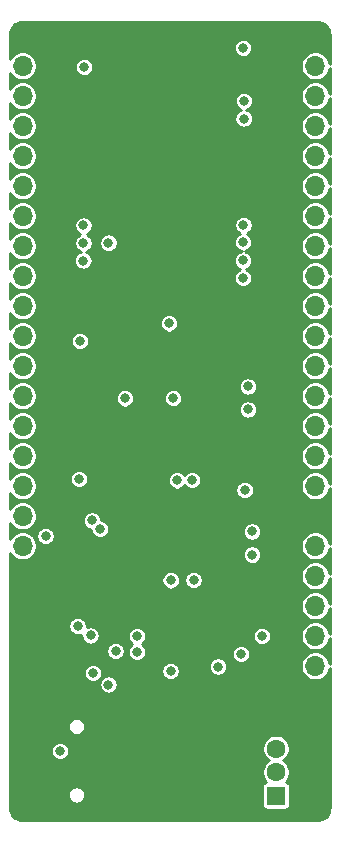
<source format=gbr>
%TF.GenerationSoftware,KiCad,Pcbnew,5.1.5+dfsg1-2build2*%
%TF.CreationDate,2021-06-12T01:28:48+05:30*%
%TF.ProjectId,USBee32-S2,55534265-6533-4322-9d53-322e6b696361,rev?*%
%TF.SameCoordinates,Original*%
%TF.FileFunction,Copper,L2,Inr*%
%TF.FilePolarity,Positive*%
%FSLAX46Y46*%
G04 Gerber Fmt 4.6, Leading zero omitted, Abs format (unit mm)*
G04 Created by KiCad (PCBNEW 5.1.5+dfsg1-2build2) date 2021-06-12 01:28:48*
%MOMM*%
%LPD*%
G04 APERTURE LIST*
%ADD10O,2.100000X1.050000*%
%ADD11C,2.150000*%
%ADD12R,1.600000X1.600000*%
%ADD13C,1.600000*%
%ADD14O,1.700000X1.700000*%
%ADD15R,1.700000X1.700000*%
%ADD16C,0.800000*%
%ADD17C,0.254000*%
G04 APERTURE END LIST*
D10*
X139363800Y-134368800D03*
X139363800Y-125728800D03*
X143543800Y-134368800D03*
X143543800Y-125728800D03*
D11*
X157192400Y-133750600D03*
X157192400Y-126750600D03*
X162632400Y-126750600D03*
X162632400Y-133750600D03*
D12*
X159912400Y-133020600D03*
D13*
X159912400Y-131020600D03*
X159912400Y-129020600D03*
X159912400Y-127020600D03*
D14*
X163240000Y-122015000D03*
X163240000Y-119475000D03*
X163240000Y-116935000D03*
X163240000Y-114395000D03*
X163240000Y-111855000D03*
X163240000Y-109315000D03*
X163240000Y-106775000D03*
X163240000Y-104235000D03*
X163240000Y-101695000D03*
X163240000Y-99155000D03*
X163240000Y-96615000D03*
X163240000Y-94075000D03*
X163240000Y-91535000D03*
X163240000Y-88995000D03*
X163240000Y-86455000D03*
X163240000Y-83915000D03*
X163240000Y-81375000D03*
X163240000Y-78835000D03*
X163240000Y-76295000D03*
X163240000Y-73755000D03*
X163240000Y-71215000D03*
D15*
X163240000Y-68675000D03*
D14*
X138450000Y-111855000D03*
X138450000Y-109315000D03*
X138450000Y-106775000D03*
X138450000Y-104235000D03*
X138450000Y-101695000D03*
X138450000Y-99155000D03*
X138450000Y-96615000D03*
X138450000Y-94075000D03*
X138450000Y-91535000D03*
X138450000Y-88995000D03*
X138450000Y-86455000D03*
X138450000Y-83915000D03*
X138450000Y-81375000D03*
X138450000Y-78835000D03*
X138450000Y-76295000D03*
X138450000Y-73755000D03*
X138450000Y-71215000D03*
D15*
X138450000Y-68675000D03*
D16*
X147254700Y-73906300D03*
X148754700Y-73906300D03*
X150254700Y-73906300D03*
X151754700Y-73906300D03*
X147254700Y-75406300D03*
X148754700Y-75406300D03*
X150254700Y-75406300D03*
X151754700Y-75406300D03*
X147254700Y-76906300D03*
X148754700Y-76906300D03*
X150254700Y-76906300D03*
X151754700Y-76906300D03*
X147254700Y-78406300D03*
X148754700Y-78406300D03*
X150254700Y-78406300D03*
X151754700Y-78406300D03*
X149765100Y-133134900D03*
X152330500Y-133134900D03*
X153651300Y-127381800D03*
X140481400Y-116193100D03*
X157783314Y-109165486D03*
X138639900Y-122797100D03*
X143669100Y-68212500D03*
X149600000Y-104979000D03*
X140450920Y-120820980D03*
X153930700Y-122037640D03*
X148838000Y-99403700D03*
X146760280Y-106213440D03*
X140412820Y-113307660D03*
X146465081Y-115692720D03*
X148604320Y-125852720D03*
X158972600Y-92085960D03*
X155462320Y-103785200D03*
X146336100Y-118204780D03*
X151212500Y-97052900D03*
X147161600Y-94514200D03*
X143377000Y-104039200D03*
X157524800Y-100300320D03*
X157524800Y-98359760D03*
X157880400Y-110630500D03*
X157893100Y-112599000D03*
X140402660Y-111039440D03*
X150849680Y-93010520D03*
X151212500Y-99352900D03*
X147113340Y-99360520D03*
X143300800Y-94514200D03*
X157141260Y-69680620D03*
X143239522Y-106187722D03*
X143671644Y-71324000D03*
X143115380Y-118661980D03*
X157184440Y-74171340D03*
X152805480Y-106279480D03*
X157174280Y-75680100D03*
X151525320Y-106304880D03*
X143597980Y-87699380D03*
X143608140Y-86188080D03*
X143613220Y-84722500D03*
X145720390Y-86185540D03*
X145726500Y-123599740D03*
X148142040Y-119477320D03*
X158713520Y-119484940D03*
X157123482Y-89185280D03*
X157258100Y-107132920D03*
X157126020Y-87689220D03*
X157123480Y-86147440D03*
X157153960Y-84697100D03*
X152927400Y-114758000D03*
X150997000Y-114770700D03*
X148142040Y-120843840D03*
X145020380Y-110442540D03*
X144409902Y-122612665D03*
X141624409Y-129210600D03*
X144322941Y-109706217D03*
X144215200Y-119444300D03*
X154997500Y-122075740D03*
X156950300Y-121019100D03*
X150984068Y-122428800D03*
X146323400Y-120762560D03*
D17*
G36*
X163582111Y-67508744D02*
G01*
X163786148Y-67570347D01*
X163974336Y-67670408D01*
X164139495Y-67805109D01*
X164275352Y-67969331D01*
X164376724Y-68156814D01*
X164439748Y-68360411D01*
X164464000Y-68591158D01*
X164464000Y-71058566D01*
X164423693Y-70855931D01*
X164330898Y-70631903D01*
X164196180Y-70430283D01*
X164024717Y-70258820D01*
X163823097Y-70124102D01*
X163599069Y-70031307D01*
X163361243Y-69984000D01*
X163118757Y-69984000D01*
X162880931Y-70031307D01*
X162656903Y-70124102D01*
X162455283Y-70258820D01*
X162283820Y-70430283D01*
X162149102Y-70631903D01*
X162056307Y-70855931D01*
X162009000Y-71093757D01*
X162009000Y-71336243D01*
X162056307Y-71574069D01*
X162149102Y-71798097D01*
X162283820Y-71999717D01*
X162455283Y-72171180D01*
X162656903Y-72305898D01*
X162880931Y-72398693D01*
X163118757Y-72446000D01*
X163361243Y-72446000D01*
X163599069Y-72398693D01*
X163823097Y-72305898D01*
X164024717Y-72171180D01*
X164196180Y-71999717D01*
X164330898Y-71798097D01*
X164423693Y-71574069D01*
X164464000Y-71371434D01*
X164464000Y-73598566D01*
X164423693Y-73395931D01*
X164330898Y-73171903D01*
X164196180Y-72970283D01*
X164024717Y-72798820D01*
X163823097Y-72664102D01*
X163599069Y-72571307D01*
X163361243Y-72524000D01*
X163118757Y-72524000D01*
X162880931Y-72571307D01*
X162656903Y-72664102D01*
X162455283Y-72798820D01*
X162283820Y-72970283D01*
X162149102Y-73171903D01*
X162056307Y-73395931D01*
X162009000Y-73633757D01*
X162009000Y-73876243D01*
X162056307Y-74114069D01*
X162149102Y-74338097D01*
X162283820Y-74539717D01*
X162455283Y-74711180D01*
X162656903Y-74845898D01*
X162880931Y-74938693D01*
X163118757Y-74986000D01*
X163361243Y-74986000D01*
X163599069Y-74938693D01*
X163823097Y-74845898D01*
X164024717Y-74711180D01*
X164196180Y-74539717D01*
X164330898Y-74338097D01*
X164423693Y-74114069D01*
X164464000Y-73911434D01*
X164464000Y-76138567D01*
X164423693Y-75935931D01*
X164330898Y-75711903D01*
X164196180Y-75510283D01*
X164024717Y-75338820D01*
X163823097Y-75204102D01*
X163599069Y-75111307D01*
X163361243Y-75064000D01*
X163118757Y-75064000D01*
X162880931Y-75111307D01*
X162656903Y-75204102D01*
X162455283Y-75338820D01*
X162283820Y-75510283D01*
X162149102Y-75711903D01*
X162056307Y-75935931D01*
X162009000Y-76173757D01*
X162009000Y-76416243D01*
X162056307Y-76654069D01*
X162149102Y-76878097D01*
X162283820Y-77079717D01*
X162455283Y-77251180D01*
X162656903Y-77385898D01*
X162880931Y-77478693D01*
X163118757Y-77526000D01*
X163361243Y-77526000D01*
X163599069Y-77478693D01*
X163823097Y-77385898D01*
X164024717Y-77251180D01*
X164196180Y-77079717D01*
X164330898Y-76878097D01*
X164423693Y-76654069D01*
X164464000Y-76451433D01*
X164464000Y-78678567D01*
X164423693Y-78475931D01*
X164330898Y-78251903D01*
X164196180Y-78050283D01*
X164024717Y-77878820D01*
X163823097Y-77744102D01*
X163599069Y-77651307D01*
X163361243Y-77604000D01*
X163118757Y-77604000D01*
X162880931Y-77651307D01*
X162656903Y-77744102D01*
X162455283Y-77878820D01*
X162283820Y-78050283D01*
X162149102Y-78251903D01*
X162056307Y-78475931D01*
X162009000Y-78713757D01*
X162009000Y-78956243D01*
X162056307Y-79194069D01*
X162149102Y-79418097D01*
X162283820Y-79619717D01*
X162455283Y-79791180D01*
X162656903Y-79925898D01*
X162880931Y-80018693D01*
X163118757Y-80066000D01*
X163361243Y-80066000D01*
X163599069Y-80018693D01*
X163823097Y-79925898D01*
X164024717Y-79791180D01*
X164196180Y-79619717D01*
X164330898Y-79418097D01*
X164423693Y-79194069D01*
X164464000Y-78991433D01*
X164464000Y-81218567D01*
X164423693Y-81015931D01*
X164330898Y-80791903D01*
X164196180Y-80590283D01*
X164024717Y-80418820D01*
X163823097Y-80284102D01*
X163599069Y-80191307D01*
X163361243Y-80144000D01*
X163118757Y-80144000D01*
X162880931Y-80191307D01*
X162656903Y-80284102D01*
X162455283Y-80418820D01*
X162283820Y-80590283D01*
X162149102Y-80791903D01*
X162056307Y-81015931D01*
X162009000Y-81253757D01*
X162009000Y-81496243D01*
X162056307Y-81734069D01*
X162149102Y-81958097D01*
X162283820Y-82159717D01*
X162455283Y-82331180D01*
X162656903Y-82465898D01*
X162880931Y-82558693D01*
X163118757Y-82606000D01*
X163361243Y-82606000D01*
X163599069Y-82558693D01*
X163823097Y-82465898D01*
X164024717Y-82331180D01*
X164196180Y-82159717D01*
X164330898Y-81958097D01*
X164423693Y-81734069D01*
X164464000Y-81531433D01*
X164464000Y-83758567D01*
X164423693Y-83555931D01*
X164330898Y-83331903D01*
X164196180Y-83130283D01*
X164024717Y-82958820D01*
X163823097Y-82824102D01*
X163599069Y-82731307D01*
X163361243Y-82684000D01*
X163118757Y-82684000D01*
X162880931Y-82731307D01*
X162656903Y-82824102D01*
X162455283Y-82958820D01*
X162283820Y-83130283D01*
X162149102Y-83331903D01*
X162056307Y-83555931D01*
X162009000Y-83793757D01*
X162009000Y-84036243D01*
X162056307Y-84274069D01*
X162149102Y-84498097D01*
X162283820Y-84699717D01*
X162455283Y-84871180D01*
X162656903Y-85005898D01*
X162880931Y-85098693D01*
X163118757Y-85146000D01*
X163361243Y-85146000D01*
X163599069Y-85098693D01*
X163823097Y-85005898D01*
X164024717Y-84871180D01*
X164196180Y-84699717D01*
X164330898Y-84498097D01*
X164423693Y-84274069D01*
X164464000Y-84071433D01*
X164464000Y-86298567D01*
X164423693Y-86095931D01*
X164330898Y-85871903D01*
X164196180Y-85670283D01*
X164024717Y-85498820D01*
X163823097Y-85364102D01*
X163599069Y-85271307D01*
X163361243Y-85224000D01*
X163118757Y-85224000D01*
X162880931Y-85271307D01*
X162656903Y-85364102D01*
X162455283Y-85498820D01*
X162283820Y-85670283D01*
X162149102Y-85871903D01*
X162056307Y-86095931D01*
X162009000Y-86333757D01*
X162009000Y-86576243D01*
X162056307Y-86814069D01*
X162149102Y-87038097D01*
X162283820Y-87239717D01*
X162455283Y-87411180D01*
X162656903Y-87545898D01*
X162880931Y-87638693D01*
X163118757Y-87686000D01*
X163361243Y-87686000D01*
X163599069Y-87638693D01*
X163823097Y-87545898D01*
X164024717Y-87411180D01*
X164196180Y-87239717D01*
X164330898Y-87038097D01*
X164423693Y-86814069D01*
X164464000Y-86611433D01*
X164464000Y-88838568D01*
X164423693Y-88635931D01*
X164330898Y-88411903D01*
X164196180Y-88210283D01*
X164024717Y-88038820D01*
X163823097Y-87904102D01*
X163599069Y-87811307D01*
X163361243Y-87764000D01*
X163118757Y-87764000D01*
X162880931Y-87811307D01*
X162656903Y-87904102D01*
X162455283Y-88038820D01*
X162283820Y-88210283D01*
X162149102Y-88411903D01*
X162056307Y-88635931D01*
X162009000Y-88873757D01*
X162009000Y-89116243D01*
X162056307Y-89354069D01*
X162149102Y-89578097D01*
X162283820Y-89779717D01*
X162455283Y-89951180D01*
X162656903Y-90085898D01*
X162880931Y-90178693D01*
X163118757Y-90226000D01*
X163361243Y-90226000D01*
X163599069Y-90178693D01*
X163823097Y-90085898D01*
X164024717Y-89951180D01*
X164196180Y-89779717D01*
X164330898Y-89578097D01*
X164423693Y-89354069D01*
X164464000Y-89151432D01*
X164464000Y-91378568D01*
X164423693Y-91175931D01*
X164330898Y-90951903D01*
X164196180Y-90750283D01*
X164024717Y-90578820D01*
X163823097Y-90444102D01*
X163599069Y-90351307D01*
X163361243Y-90304000D01*
X163118757Y-90304000D01*
X162880931Y-90351307D01*
X162656903Y-90444102D01*
X162455283Y-90578820D01*
X162283820Y-90750283D01*
X162149102Y-90951903D01*
X162056307Y-91175931D01*
X162009000Y-91413757D01*
X162009000Y-91656243D01*
X162056307Y-91894069D01*
X162149102Y-92118097D01*
X162283820Y-92319717D01*
X162455283Y-92491180D01*
X162656903Y-92625898D01*
X162880931Y-92718693D01*
X163118757Y-92766000D01*
X163361243Y-92766000D01*
X163599069Y-92718693D01*
X163823097Y-92625898D01*
X164024717Y-92491180D01*
X164196180Y-92319717D01*
X164330898Y-92118097D01*
X164423693Y-91894069D01*
X164464000Y-91691432D01*
X164464000Y-93918568D01*
X164423693Y-93715931D01*
X164330898Y-93491903D01*
X164196180Y-93290283D01*
X164024717Y-93118820D01*
X163823097Y-92984102D01*
X163599069Y-92891307D01*
X163361243Y-92844000D01*
X163118757Y-92844000D01*
X162880931Y-92891307D01*
X162656903Y-92984102D01*
X162455283Y-93118820D01*
X162283820Y-93290283D01*
X162149102Y-93491903D01*
X162056307Y-93715931D01*
X162009000Y-93953757D01*
X162009000Y-94196243D01*
X162056307Y-94434069D01*
X162149102Y-94658097D01*
X162283820Y-94859717D01*
X162455283Y-95031180D01*
X162656903Y-95165898D01*
X162880931Y-95258693D01*
X163118757Y-95306000D01*
X163361243Y-95306000D01*
X163599069Y-95258693D01*
X163823097Y-95165898D01*
X164024717Y-95031180D01*
X164196180Y-94859717D01*
X164330898Y-94658097D01*
X164423693Y-94434069D01*
X164464000Y-94231432D01*
X164464000Y-96458568D01*
X164423693Y-96255931D01*
X164330898Y-96031903D01*
X164196180Y-95830283D01*
X164024717Y-95658820D01*
X163823097Y-95524102D01*
X163599069Y-95431307D01*
X163361243Y-95384000D01*
X163118757Y-95384000D01*
X162880931Y-95431307D01*
X162656903Y-95524102D01*
X162455283Y-95658820D01*
X162283820Y-95830283D01*
X162149102Y-96031903D01*
X162056307Y-96255931D01*
X162009000Y-96493757D01*
X162009000Y-96736243D01*
X162056307Y-96974069D01*
X162149102Y-97198097D01*
X162283820Y-97399717D01*
X162455283Y-97571180D01*
X162656903Y-97705898D01*
X162880931Y-97798693D01*
X163118757Y-97846000D01*
X163361243Y-97846000D01*
X163599069Y-97798693D01*
X163823097Y-97705898D01*
X164024717Y-97571180D01*
X164196180Y-97399717D01*
X164330898Y-97198097D01*
X164423693Y-96974069D01*
X164464000Y-96771432D01*
X164464000Y-98998568D01*
X164423693Y-98795931D01*
X164330898Y-98571903D01*
X164196180Y-98370283D01*
X164024717Y-98198820D01*
X163823097Y-98064102D01*
X163599069Y-97971307D01*
X163361243Y-97924000D01*
X163118757Y-97924000D01*
X162880931Y-97971307D01*
X162656903Y-98064102D01*
X162455283Y-98198820D01*
X162283820Y-98370283D01*
X162149102Y-98571903D01*
X162056307Y-98795931D01*
X162009000Y-99033757D01*
X162009000Y-99276243D01*
X162056307Y-99514069D01*
X162149102Y-99738097D01*
X162283820Y-99939717D01*
X162455283Y-100111180D01*
X162656903Y-100245898D01*
X162880931Y-100338693D01*
X163118757Y-100386000D01*
X163361243Y-100386000D01*
X163599069Y-100338693D01*
X163823097Y-100245898D01*
X164024717Y-100111180D01*
X164196180Y-99939717D01*
X164330898Y-99738097D01*
X164423693Y-99514069D01*
X164464000Y-99311432D01*
X164464001Y-101538569D01*
X164423693Y-101335931D01*
X164330898Y-101111903D01*
X164196180Y-100910283D01*
X164024717Y-100738820D01*
X163823097Y-100604102D01*
X163599069Y-100511307D01*
X163361243Y-100464000D01*
X163118757Y-100464000D01*
X162880931Y-100511307D01*
X162656903Y-100604102D01*
X162455283Y-100738820D01*
X162283820Y-100910283D01*
X162149102Y-101111903D01*
X162056307Y-101335931D01*
X162009000Y-101573757D01*
X162009000Y-101816243D01*
X162056307Y-102054069D01*
X162149102Y-102278097D01*
X162283820Y-102479717D01*
X162455283Y-102651180D01*
X162656903Y-102785898D01*
X162880931Y-102878693D01*
X163118757Y-102926000D01*
X163361243Y-102926000D01*
X163599069Y-102878693D01*
X163823097Y-102785898D01*
X164024717Y-102651180D01*
X164196180Y-102479717D01*
X164330898Y-102278097D01*
X164423693Y-102054069D01*
X164464001Y-101851431D01*
X164464001Y-104078569D01*
X164423693Y-103875931D01*
X164330898Y-103651903D01*
X164196180Y-103450283D01*
X164024717Y-103278820D01*
X163823097Y-103144102D01*
X163599069Y-103051307D01*
X163361243Y-103004000D01*
X163118757Y-103004000D01*
X162880931Y-103051307D01*
X162656903Y-103144102D01*
X162455283Y-103278820D01*
X162283820Y-103450283D01*
X162149102Y-103651903D01*
X162056307Y-103875931D01*
X162009000Y-104113757D01*
X162009000Y-104356243D01*
X162056307Y-104594069D01*
X162149102Y-104818097D01*
X162283820Y-105019717D01*
X162455283Y-105191180D01*
X162656903Y-105325898D01*
X162880931Y-105418693D01*
X163118757Y-105466000D01*
X163361243Y-105466000D01*
X163599069Y-105418693D01*
X163823097Y-105325898D01*
X164024717Y-105191180D01*
X164196180Y-105019717D01*
X164330898Y-104818097D01*
X164423693Y-104594069D01*
X164464001Y-104391431D01*
X164464001Y-106618569D01*
X164423693Y-106415931D01*
X164330898Y-106191903D01*
X164196180Y-105990283D01*
X164024717Y-105818820D01*
X163823097Y-105684102D01*
X163599069Y-105591307D01*
X163361243Y-105544000D01*
X163118757Y-105544000D01*
X162880931Y-105591307D01*
X162656903Y-105684102D01*
X162455283Y-105818820D01*
X162283820Y-105990283D01*
X162149102Y-106191903D01*
X162056307Y-106415931D01*
X162009000Y-106653757D01*
X162009000Y-106896243D01*
X162056307Y-107134069D01*
X162149102Y-107358097D01*
X162283820Y-107559717D01*
X162455283Y-107731180D01*
X162656903Y-107865898D01*
X162880931Y-107958693D01*
X163118757Y-108006000D01*
X163361243Y-108006000D01*
X163599069Y-107958693D01*
X163823097Y-107865898D01*
X164024717Y-107731180D01*
X164196180Y-107559717D01*
X164330898Y-107358097D01*
X164423693Y-107134069D01*
X164464001Y-106931431D01*
X164464001Y-111698569D01*
X164423693Y-111495931D01*
X164330898Y-111271903D01*
X164196180Y-111070283D01*
X164024717Y-110898820D01*
X163823097Y-110764102D01*
X163599069Y-110671307D01*
X163361243Y-110624000D01*
X163118757Y-110624000D01*
X162880931Y-110671307D01*
X162656903Y-110764102D01*
X162455283Y-110898820D01*
X162283820Y-111070283D01*
X162149102Y-111271903D01*
X162056307Y-111495931D01*
X162009000Y-111733757D01*
X162009000Y-111976243D01*
X162056307Y-112214069D01*
X162149102Y-112438097D01*
X162283820Y-112639717D01*
X162455283Y-112811180D01*
X162656903Y-112945898D01*
X162880931Y-113038693D01*
X163118757Y-113086000D01*
X163361243Y-113086000D01*
X163599069Y-113038693D01*
X163823097Y-112945898D01*
X164024717Y-112811180D01*
X164196180Y-112639717D01*
X164330898Y-112438097D01*
X164423693Y-112214069D01*
X164464001Y-112011431D01*
X164464001Y-114238569D01*
X164423693Y-114035931D01*
X164330898Y-113811903D01*
X164196180Y-113610283D01*
X164024717Y-113438820D01*
X163823097Y-113304102D01*
X163599069Y-113211307D01*
X163361243Y-113164000D01*
X163118757Y-113164000D01*
X162880931Y-113211307D01*
X162656903Y-113304102D01*
X162455283Y-113438820D01*
X162283820Y-113610283D01*
X162149102Y-113811903D01*
X162056307Y-114035931D01*
X162009000Y-114273757D01*
X162009000Y-114516243D01*
X162056307Y-114754069D01*
X162149102Y-114978097D01*
X162283820Y-115179717D01*
X162455283Y-115351180D01*
X162656903Y-115485898D01*
X162880931Y-115578693D01*
X163118757Y-115626000D01*
X163361243Y-115626000D01*
X163599069Y-115578693D01*
X163823097Y-115485898D01*
X164024717Y-115351180D01*
X164196180Y-115179717D01*
X164330898Y-114978097D01*
X164423693Y-114754069D01*
X164464001Y-114551430D01*
X164464001Y-116778570D01*
X164423693Y-116575931D01*
X164330898Y-116351903D01*
X164196180Y-116150283D01*
X164024717Y-115978820D01*
X163823097Y-115844102D01*
X163599069Y-115751307D01*
X163361243Y-115704000D01*
X163118757Y-115704000D01*
X162880931Y-115751307D01*
X162656903Y-115844102D01*
X162455283Y-115978820D01*
X162283820Y-116150283D01*
X162149102Y-116351903D01*
X162056307Y-116575931D01*
X162009000Y-116813757D01*
X162009000Y-117056243D01*
X162056307Y-117294069D01*
X162149102Y-117518097D01*
X162283820Y-117719717D01*
X162455283Y-117891180D01*
X162656903Y-118025898D01*
X162880931Y-118118693D01*
X163118757Y-118166000D01*
X163361243Y-118166000D01*
X163599069Y-118118693D01*
X163823097Y-118025898D01*
X164024717Y-117891180D01*
X164196180Y-117719717D01*
X164330898Y-117518097D01*
X164423693Y-117294069D01*
X164464001Y-117091430D01*
X164464001Y-119318570D01*
X164423693Y-119115931D01*
X164330898Y-118891903D01*
X164196180Y-118690283D01*
X164024717Y-118518820D01*
X163823097Y-118384102D01*
X163599069Y-118291307D01*
X163361243Y-118244000D01*
X163118757Y-118244000D01*
X162880931Y-118291307D01*
X162656903Y-118384102D01*
X162455283Y-118518820D01*
X162283820Y-118690283D01*
X162149102Y-118891903D01*
X162056307Y-119115931D01*
X162009000Y-119353757D01*
X162009000Y-119596243D01*
X162056307Y-119834069D01*
X162149102Y-120058097D01*
X162283820Y-120259717D01*
X162455283Y-120431180D01*
X162656903Y-120565898D01*
X162880931Y-120658693D01*
X163118757Y-120706000D01*
X163361243Y-120706000D01*
X163599069Y-120658693D01*
X163823097Y-120565898D01*
X164024717Y-120431180D01*
X164196180Y-120259717D01*
X164330898Y-120058097D01*
X164423693Y-119834069D01*
X164464001Y-119631430D01*
X164464001Y-121858570D01*
X164423693Y-121655931D01*
X164330898Y-121431903D01*
X164196180Y-121230283D01*
X164024717Y-121058820D01*
X163823097Y-120924102D01*
X163599069Y-120831307D01*
X163361243Y-120784000D01*
X163118757Y-120784000D01*
X162880931Y-120831307D01*
X162656903Y-120924102D01*
X162455283Y-121058820D01*
X162283820Y-121230283D01*
X162149102Y-121431903D01*
X162056307Y-121655931D01*
X162009000Y-121893757D01*
X162009000Y-122136243D01*
X162056307Y-122374069D01*
X162149102Y-122598097D01*
X162283820Y-122799717D01*
X162455283Y-122971180D01*
X162656903Y-123105898D01*
X162880931Y-123198693D01*
X163118757Y-123246000D01*
X163361243Y-123246000D01*
X163599069Y-123198693D01*
X163823097Y-123105898D01*
X164024717Y-122971180D01*
X164196180Y-122799717D01*
X164330898Y-122598097D01*
X164423693Y-122374069D01*
X164464001Y-122171430D01*
X164464001Y-133990137D01*
X164441256Y-134222110D01*
X164379653Y-134426148D01*
X164279592Y-134614336D01*
X164144891Y-134779495D01*
X163980666Y-134915354D01*
X163793187Y-135016724D01*
X163589589Y-135079748D01*
X163358876Y-135103996D01*
X138469944Y-135094009D01*
X138237890Y-135071256D01*
X138033852Y-135009653D01*
X137845664Y-134909592D01*
X137680505Y-134774891D01*
X137544646Y-134610666D01*
X137443276Y-134423187D01*
X137380252Y-134219589D01*
X137356000Y-133988842D01*
X137356000Y-132866803D01*
X142282800Y-132866803D01*
X142282800Y-133010797D01*
X142310892Y-133152025D01*
X142365996Y-133285058D01*
X142445995Y-133404785D01*
X142547815Y-133506605D01*
X142667542Y-133586604D01*
X142800575Y-133641708D01*
X142941803Y-133669800D01*
X143085797Y-133669800D01*
X143227025Y-133641708D01*
X143360058Y-133586604D01*
X143479785Y-133506605D01*
X143581605Y-133404785D01*
X143661604Y-133285058D01*
X143716708Y-133152025D01*
X143744800Y-133010797D01*
X143744800Y-132866803D01*
X143716708Y-132725575D01*
X143661604Y-132592542D01*
X143581605Y-132472815D01*
X143479785Y-132370995D01*
X143360058Y-132290996D01*
X143227025Y-132235892D01*
X143150147Y-132220600D01*
X158729557Y-132220600D01*
X158729557Y-133820600D01*
X158736913Y-133895289D01*
X158758699Y-133967108D01*
X158794078Y-134033296D01*
X158841689Y-134091311D01*
X158899704Y-134138922D01*
X158965892Y-134174301D01*
X159037711Y-134196087D01*
X159112400Y-134203443D01*
X160712400Y-134203443D01*
X160787089Y-134196087D01*
X160858908Y-134174301D01*
X160925096Y-134138922D01*
X160983111Y-134091311D01*
X161030722Y-134033296D01*
X161066101Y-133967108D01*
X161087887Y-133895289D01*
X161095243Y-133820600D01*
X161095243Y-132220600D01*
X161087887Y-132145911D01*
X161066101Y-132074092D01*
X161030722Y-132007904D01*
X160983111Y-131949889D01*
X160925096Y-131902278D01*
X160858908Y-131866899D01*
X160787089Y-131845113D01*
X160760674Y-131842511D01*
X160829742Y-131773443D01*
X160958988Y-131580013D01*
X161048014Y-131365085D01*
X161093400Y-131136918D01*
X161093400Y-130904282D01*
X161048014Y-130676115D01*
X160958988Y-130461187D01*
X160829742Y-130267757D01*
X160665243Y-130103258D01*
X160541537Y-130020600D01*
X160665243Y-129937942D01*
X160829742Y-129773443D01*
X160958988Y-129580013D01*
X161048014Y-129365085D01*
X161093400Y-129136918D01*
X161093400Y-128904282D01*
X161048014Y-128676115D01*
X160958988Y-128461187D01*
X160829742Y-128267757D01*
X160665243Y-128103258D01*
X160471813Y-127974012D01*
X160256885Y-127884986D01*
X160028718Y-127839600D01*
X159796082Y-127839600D01*
X159567915Y-127884986D01*
X159352987Y-127974012D01*
X159159557Y-128103258D01*
X158995058Y-128267757D01*
X158865812Y-128461187D01*
X158776786Y-128676115D01*
X158731400Y-128904282D01*
X158731400Y-129136918D01*
X158776786Y-129365085D01*
X158865812Y-129580013D01*
X158995058Y-129773443D01*
X159159557Y-129937942D01*
X159283263Y-130020600D01*
X159159557Y-130103258D01*
X158995058Y-130267757D01*
X158865812Y-130461187D01*
X158776786Y-130676115D01*
X158731400Y-130904282D01*
X158731400Y-131136918D01*
X158776786Y-131365085D01*
X158865812Y-131580013D01*
X158995058Y-131773443D01*
X159064126Y-131842511D01*
X159037711Y-131845113D01*
X158965892Y-131866899D01*
X158899704Y-131902278D01*
X158841689Y-131949889D01*
X158794078Y-132007904D01*
X158758699Y-132074092D01*
X158736913Y-132145911D01*
X158729557Y-132220600D01*
X143150147Y-132220600D01*
X143085797Y-132207800D01*
X142941803Y-132207800D01*
X142800575Y-132235892D01*
X142667542Y-132290996D01*
X142547815Y-132370995D01*
X142445995Y-132472815D01*
X142365996Y-132592542D01*
X142310892Y-132725575D01*
X142282800Y-132866803D01*
X137356000Y-132866803D01*
X137356000Y-129133678D01*
X140843409Y-129133678D01*
X140843409Y-129287522D01*
X140873422Y-129438409D01*
X140932296Y-129580542D01*
X141017767Y-129708459D01*
X141126550Y-129817242D01*
X141254467Y-129902713D01*
X141396600Y-129961587D01*
X141547487Y-129991600D01*
X141701331Y-129991600D01*
X141852218Y-129961587D01*
X141994351Y-129902713D01*
X142122268Y-129817242D01*
X142231051Y-129708459D01*
X142316522Y-129580542D01*
X142375396Y-129438409D01*
X142405409Y-129287522D01*
X142405409Y-129133678D01*
X142375396Y-128982791D01*
X142316522Y-128840658D01*
X142231051Y-128712741D01*
X142122268Y-128603958D01*
X141994351Y-128518487D01*
X141852218Y-128459613D01*
X141701331Y-128429600D01*
X141547487Y-128429600D01*
X141396600Y-128459613D01*
X141254467Y-128518487D01*
X141126550Y-128603958D01*
X141017767Y-128712741D01*
X140932296Y-128840658D01*
X140873422Y-128982791D01*
X140843409Y-129133678D01*
X137356000Y-129133678D01*
X137356000Y-127086803D01*
X142282800Y-127086803D01*
X142282800Y-127230797D01*
X142310892Y-127372025D01*
X142365996Y-127505058D01*
X142445995Y-127624785D01*
X142547815Y-127726605D01*
X142667542Y-127806604D01*
X142800575Y-127861708D01*
X142941803Y-127889800D01*
X143085797Y-127889800D01*
X143227025Y-127861708D01*
X143360058Y-127806604D01*
X143479785Y-127726605D01*
X143581605Y-127624785D01*
X143661604Y-127505058D01*
X143716708Y-127372025D01*
X143744800Y-127230797D01*
X143744800Y-127086803D01*
X143716708Y-126945575D01*
X143661604Y-126812542D01*
X143581605Y-126692815D01*
X143479785Y-126590995D01*
X143360058Y-126510996D01*
X143227025Y-126455892D01*
X143085797Y-126427800D01*
X142941803Y-126427800D01*
X142800575Y-126455892D01*
X142667542Y-126510996D01*
X142547815Y-126590995D01*
X142445995Y-126692815D01*
X142365996Y-126812542D01*
X142310892Y-126945575D01*
X142282800Y-127086803D01*
X137356000Y-127086803D01*
X137356000Y-123522818D01*
X144945500Y-123522818D01*
X144945500Y-123676662D01*
X144975513Y-123827549D01*
X145034387Y-123969682D01*
X145119858Y-124097599D01*
X145228641Y-124206382D01*
X145356558Y-124291853D01*
X145498691Y-124350727D01*
X145649578Y-124380740D01*
X145803422Y-124380740D01*
X145954309Y-124350727D01*
X146096442Y-124291853D01*
X146224359Y-124206382D01*
X146333142Y-124097599D01*
X146418613Y-123969682D01*
X146477487Y-123827549D01*
X146507500Y-123676662D01*
X146507500Y-123522818D01*
X146477487Y-123371931D01*
X146418613Y-123229798D01*
X146333142Y-123101881D01*
X146224359Y-122993098D01*
X146096442Y-122907627D01*
X145954309Y-122848753D01*
X145803422Y-122818740D01*
X145649578Y-122818740D01*
X145498691Y-122848753D01*
X145356558Y-122907627D01*
X145228641Y-122993098D01*
X145119858Y-123101881D01*
X145034387Y-123229798D01*
X144975513Y-123371931D01*
X144945500Y-123522818D01*
X137356000Y-123522818D01*
X137356000Y-122535743D01*
X143628902Y-122535743D01*
X143628902Y-122689587D01*
X143658915Y-122840474D01*
X143717789Y-122982607D01*
X143803260Y-123110524D01*
X143912043Y-123219307D01*
X144039960Y-123304778D01*
X144182093Y-123363652D01*
X144332980Y-123393665D01*
X144486824Y-123393665D01*
X144637711Y-123363652D01*
X144779844Y-123304778D01*
X144907761Y-123219307D01*
X145016544Y-123110524D01*
X145102015Y-122982607D01*
X145160889Y-122840474D01*
X145190902Y-122689587D01*
X145190902Y-122535743D01*
X145160889Y-122384856D01*
X145147229Y-122351878D01*
X150203068Y-122351878D01*
X150203068Y-122505722D01*
X150233081Y-122656609D01*
X150291955Y-122798742D01*
X150377426Y-122926659D01*
X150486209Y-123035442D01*
X150614126Y-123120913D01*
X150756259Y-123179787D01*
X150907146Y-123209800D01*
X151060990Y-123209800D01*
X151211877Y-123179787D01*
X151354010Y-123120913D01*
X151481927Y-123035442D01*
X151590710Y-122926659D01*
X151676181Y-122798742D01*
X151735055Y-122656609D01*
X151765068Y-122505722D01*
X151765068Y-122351878D01*
X151735055Y-122200991D01*
X151676181Y-122058858D01*
X151636064Y-121998818D01*
X154216500Y-121998818D01*
X154216500Y-122152662D01*
X154246513Y-122303549D01*
X154305387Y-122445682D01*
X154390858Y-122573599D01*
X154499641Y-122682382D01*
X154627558Y-122767853D01*
X154769691Y-122826727D01*
X154920578Y-122856740D01*
X155074422Y-122856740D01*
X155225309Y-122826727D01*
X155367442Y-122767853D01*
X155495359Y-122682382D01*
X155604142Y-122573599D01*
X155689613Y-122445682D01*
X155748487Y-122303549D01*
X155778500Y-122152662D01*
X155778500Y-121998818D01*
X155748487Y-121847931D01*
X155689613Y-121705798D01*
X155604142Y-121577881D01*
X155495359Y-121469098D01*
X155367442Y-121383627D01*
X155225309Y-121324753D01*
X155074422Y-121294740D01*
X154920578Y-121294740D01*
X154769691Y-121324753D01*
X154627558Y-121383627D01*
X154499641Y-121469098D01*
X154390858Y-121577881D01*
X154305387Y-121705798D01*
X154246513Y-121847931D01*
X154216500Y-121998818D01*
X151636064Y-121998818D01*
X151590710Y-121930941D01*
X151481927Y-121822158D01*
X151354010Y-121736687D01*
X151211877Y-121677813D01*
X151060990Y-121647800D01*
X150907146Y-121647800D01*
X150756259Y-121677813D01*
X150614126Y-121736687D01*
X150486209Y-121822158D01*
X150377426Y-121930941D01*
X150291955Y-122058858D01*
X150233081Y-122200991D01*
X150203068Y-122351878D01*
X145147229Y-122351878D01*
X145102015Y-122242723D01*
X145016544Y-122114806D01*
X144907761Y-122006023D01*
X144779844Y-121920552D01*
X144637711Y-121861678D01*
X144486824Y-121831665D01*
X144332980Y-121831665D01*
X144182093Y-121861678D01*
X144039960Y-121920552D01*
X143912043Y-122006023D01*
X143803260Y-122114806D01*
X143717789Y-122242723D01*
X143658915Y-122384856D01*
X143628902Y-122535743D01*
X137356000Y-122535743D01*
X137356000Y-120685638D01*
X145542400Y-120685638D01*
X145542400Y-120839482D01*
X145572413Y-120990369D01*
X145631287Y-121132502D01*
X145716758Y-121260419D01*
X145825541Y-121369202D01*
X145953458Y-121454673D01*
X146095591Y-121513547D01*
X146246478Y-121543560D01*
X146400322Y-121543560D01*
X146551209Y-121513547D01*
X146693342Y-121454673D01*
X146821259Y-121369202D01*
X146930042Y-121260419D01*
X147015513Y-121132502D01*
X147074387Y-120990369D01*
X147104400Y-120839482D01*
X147104400Y-120685638D01*
X147074387Y-120534751D01*
X147015513Y-120392618D01*
X146930042Y-120264701D01*
X146821259Y-120155918D01*
X146693342Y-120070447D01*
X146551209Y-120011573D01*
X146400322Y-119981560D01*
X146246478Y-119981560D01*
X146095591Y-120011573D01*
X145953458Y-120070447D01*
X145825541Y-120155918D01*
X145716758Y-120264701D01*
X145631287Y-120392618D01*
X145572413Y-120534751D01*
X145542400Y-120685638D01*
X137356000Y-120685638D01*
X137356000Y-118585058D01*
X142334380Y-118585058D01*
X142334380Y-118738902D01*
X142364393Y-118889789D01*
X142423267Y-119031922D01*
X142508738Y-119159839D01*
X142617521Y-119268622D01*
X142745438Y-119354093D01*
X142887571Y-119412967D01*
X143038458Y-119442980D01*
X143192302Y-119442980D01*
X143343189Y-119412967D01*
X143434200Y-119375269D01*
X143434200Y-119521222D01*
X143464213Y-119672109D01*
X143523087Y-119814242D01*
X143608558Y-119942159D01*
X143717341Y-120050942D01*
X143845258Y-120136413D01*
X143987391Y-120195287D01*
X144138278Y-120225300D01*
X144292122Y-120225300D01*
X144443009Y-120195287D01*
X144585142Y-120136413D01*
X144713059Y-120050942D01*
X144821842Y-119942159D01*
X144907313Y-119814242D01*
X144966187Y-119672109D01*
X144996200Y-119521222D01*
X144996200Y-119400398D01*
X147361040Y-119400398D01*
X147361040Y-119554242D01*
X147391053Y-119705129D01*
X147449927Y-119847262D01*
X147535398Y-119975179D01*
X147644181Y-120083962D01*
X147758848Y-120160580D01*
X147644181Y-120237198D01*
X147535398Y-120345981D01*
X147449927Y-120473898D01*
X147391053Y-120616031D01*
X147361040Y-120766918D01*
X147361040Y-120920762D01*
X147391053Y-121071649D01*
X147449927Y-121213782D01*
X147535398Y-121341699D01*
X147644181Y-121450482D01*
X147772098Y-121535953D01*
X147914231Y-121594827D01*
X148065118Y-121624840D01*
X148218962Y-121624840D01*
X148369849Y-121594827D01*
X148511982Y-121535953D01*
X148639899Y-121450482D01*
X148748682Y-121341699D01*
X148834153Y-121213782D01*
X148893027Y-121071649D01*
X148918780Y-120942178D01*
X156169300Y-120942178D01*
X156169300Y-121096022D01*
X156199313Y-121246909D01*
X156258187Y-121389042D01*
X156343658Y-121516959D01*
X156452441Y-121625742D01*
X156580358Y-121711213D01*
X156722491Y-121770087D01*
X156873378Y-121800100D01*
X157027222Y-121800100D01*
X157178109Y-121770087D01*
X157320242Y-121711213D01*
X157448159Y-121625742D01*
X157556942Y-121516959D01*
X157642413Y-121389042D01*
X157701287Y-121246909D01*
X157731300Y-121096022D01*
X157731300Y-120942178D01*
X157701287Y-120791291D01*
X157642413Y-120649158D01*
X157556942Y-120521241D01*
X157448159Y-120412458D01*
X157320242Y-120326987D01*
X157178109Y-120268113D01*
X157027222Y-120238100D01*
X156873378Y-120238100D01*
X156722491Y-120268113D01*
X156580358Y-120326987D01*
X156452441Y-120412458D01*
X156343658Y-120521241D01*
X156258187Y-120649158D01*
X156199313Y-120791291D01*
X156169300Y-120942178D01*
X148918780Y-120942178D01*
X148923040Y-120920762D01*
X148923040Y-120766918D01*
X148893027Y-120616031D01*
X148834153Y-120473898D01*
X148748682Y-120345981D01*
X148639899Y-120237198D01*
X148525232Y-120160580D01*
X148639899Y-120083962D01*
X148748682Y-119975179D01*
X148834153Y-119847262D01*
X148893027Y-119705129D01*
X148923040Y-119554242D01*
X148923040Y-119408018D01*
X157932520Y-119408018D01*
X157932520Y-119561862D01*
X157962533Y-119712749D01*
X158021407Y-119854882D01*
X158106878Y-119982799D01*
X158215661Y-120091582D01*
X158343578Y-120177053D01*
X158485711Y-120235927D01*
X158636598Y-120265940D01*
X158790442Y-120265940D01*
X158941329Y-120235927D01*
X159083462Y-120177053D01*
X159211379Y-120091582D01*
X159320162Y-119982799D01*
X159405633Y-119854882D01*
X159464507Y-119712749D01*
X159494520Y-119561862D01*
X159494520Y-119408018D01*
X159464507Y-119257131D01*
X159405633Y-119114998D01*
X159320162Y-118987081D01*
X159211379Y-118878298D01*
X159083462Y-118792827D01*
X158941329Y-118733953D01*
X158790442Y-118703940D01*
X158636598Y-118703940D01*
X158485711Y-118733953D01*
X158343578Y-118792827D01*
X158215661Y-118878298D01*
X158106878Y-118987081D01*
X158021407Y-119114998D01*
X157962533Y-119257131D01*
X157932520Y-119408018D01*
X148923040Y-119408018D01*
X148923040Y-119400398D01*
X148893027Y-119249511D01*
X148834153Y-119107378D01*
X148748682Y-118979461D01*
X148639899Y-118870678D01*
X148511982Y-118785207D01*
X148369849Y-118726333D01*
X148218962Y-118696320D01*
X148065118Y-118696320D01*
X147914231Y-118726333D01*
X147772098Y-118785207D01*
X147644181Y-118870678D01*
X147535398Y-118979461D01*
X147449927Y-119107378D01*
X147391053Y-119249511D01*
X147361040Y-119400398D01*
X144996200Y-119400398D01*
X144996200Y-119367378D01*
X144966187Y-119216491D01*
X144907313Y-119074358D01*
X144821842Y-118946441D01*
X144713059Y-118837658D01*
X144585142Y-118752187D01*
X144443009Y-118693313D01*
X144292122Y-118663300D01*
X144138278Y-118663300D01*
X143987391Y-118693313D01*
X143896380Y-118731011D01*
X143896380Y-118585058D01*
X143866367Y-118434171D01*
X143807493Y-118292038D01*
X143722022Y-118164121D01*
X143613239Y-118055338D01*
X143485322Y-117969867D01*
X143343189Y-117910993D01*
X143192302Y-117880980D01*
X143038458Y-117880980D01*
X142887571Y-117910993D01*
X142745438Y-117969867D01*
X142617521Y-118055338D01*
X142508738Y-118164121D01*
X142423267Y-118292038D01*
X142364393Y-118434171D01*
X142334380Y-118585058D01*
X137356000Y-118585058D01*
X137356000Y-114693778D01*
X150216000Y-114693778D01*
X150216000Y-114847622D01*
X150246013Y-114998509D01*
X150304887Y-115140642D01*
X150390358Y-115268559D01*
X150499141Y-115377342D01*
X150627058Y-115462813D01*
X150769191Y-115521687D01*
X150920078Y-115551700D01*
X151073922Y-115551700D01*
X151224809Y-115521687D01*
X151366942Y-115462813D01*
X151494859Y-115377342D01*
X151603642Y-115268559D01*
X151689113Y-115140642D01*
X151747987Y-114998509D01*
X151778000Y-114847622D01*
X151778000Y-114693778D01*
X151775474Y-114681078D01*
X152146400Y-114681078D01*
X152146400Y-114834922D01*
X152176413Y-114985809D01*
X152235287Y-115127942D01*
X152320758Y-115255859D01*
X152429541Y-115364642D01*
X152557458Y-115450113D01*
X152699591Y-115508987D01*
X152850478Y-115539000D01*
X153004322Y-115539000D01*
X153155209Y-115508987D01*
X153297342Y-115450113D01*
X153425259Y-115364642D01*
X153534042Y-115255859D01*
X153619513Y-115127942D01*
X153678387Y-114985809D01*
X153708400Y-114834922D01*
X153708400Y-114681078D01*
X153678387Y-114530191D01*
X153619513Y-114388058D01*
X153534042Y-114260141D01*
X153425259Y-114151358D01*
X153297342Y-114065887D01*
X153155209Y-114007013D01*
X153004322Y-113977000D01*
X152850478Y-113977000D01*
X152699591Y-114007013D01*
X152557458Y-114065887D01*
X152429541Y-114151358D01*
X152320758Y-114260141D01*
X152235287Y-114388058D01*
X152176413Y-114530191D01*
X152146400Y-114681078D01*
X151775474Y-114681078D01*
X151747987Y-114542891D01*
X151689113Y-114400758D01*
X151603642Y-114272841D01*
X151494859Y-114164058D01*
X151366942Y-114078587D01*
X151224809Y-114019713D01*
X151073922Y-113989700D01*
X150920078Y-113989700D01*
X150769191Y-114019713D01*
X150627058Y-114078587D01*
X150499141Y-114164058D01*
X150390358Y-114272841D01*
X150304887Y-114400758D01*
X150246013Y-114542891D01*
X150216000Y-114693778D01*
X137356000Y-114693778D01*
X137356000Y-112430608D01*
X137359102Y-112438097D01*
X137493820Y-112639717D01*
X137665283Y-112811180D01*
X137866903Y-112945898D01*
X138090931Y-113038693D01*
X138328757Y-113086000D01*
X138571243Y-113086000D01*
X138809069Y-113038693D01*
X139033097Y-112945898D01*
X139234717Y-112811180D01*
X139406180Y-112639717D01*
X139484783Y-112522078D01*
X157112100Y-112522078D01*
X157112100Y-112675922D01*
X157142113Y-112826809D01*
X157200987Y-112968942D01*
X157286458Y-113096859D01*
X157395241Y-113205642D01*
X157523158Y-113291113D01*
X157665291Y-113349987D01*
X157816178Y-113380000D01*
X157970022Y-113380000D01*
X158120909Y-113349987D01*
X158263042Y-113291113D01*
X158390959Y-113205642D01*
X158499742Y-113096859D01*
X158585213Y-112968942D01*
X158644087Y-112826809D01*
X158674100Y-112675922D01*
X158674100Y-112522078D01*
X158644087Y-112371191D01*
X158585213Y-112229058D01*
X158499742Y-112101141D01*
X158390959Y-111992358D01*
X158263042Y-111906887D01*
X158120909Y-111848013D01*
X157970022Y-111818000D01*
X157816178Y-111818000D01*
X157665291Y-111848013D01*
X157523158Y-111906887D01*
X157395241Y-111992358D01*
X157286458Y-112101141D01*
X157200987Y-112229058D01*
X157142113Y-112371191D01*
X157112100Y-112522078D01*
X139484783Y-112522078D01*
X139540898Y-112438097D01*
X139633693Y-112214069D01*
X139681000Y-111976243D01*
X139681000Y-111733757D01*
X139633693Y-111495931D01*
X139540898Y-111271903D01*
X139406180Y-111070283D01*
X139298415Y-110962518D01*
X139621660Y-110962518D01*
X139621660Y-111116362D01*
X139651673Y-111267249D01*
X139710547Y-111409382D01*
X139796018Y-111537299D01*
X139904801Y-111646082D01*
X140032718Y-111731553D01*
X140174851Y-111790427D01*
X140325738Y-111820440D01*
X140479582Y-111820440D01*
X140630469Y-111790427D01*
X140772602Y-111731553D01*
X140900519Y-111646082D01*
X141009302Y-111537299D01*
X141094773Y-111409382D01*
X141153647Y-111267249D01*
X141183660Y-111116362D01*
X141183660Y-110962518D01*
X141153647Y-110811631D01*
X141094773Y-110669498D01*
X141009302Y-110541581D01*
X140900519Y-110432798D01*
X140772602Y-110347327D01*
X140630469Y-110288453D01*
X140479582Y-110258440D01*
X140325738Y-110258440D01*
X140174851Y-110288453D01*
X140032718Y-110347327D01*
X139904801Y-110432798D01*
X139796018Y-110541581D01*
X139710547Y-110669498D01*
X139651673Y-110811631D01*
X139621660Y-110962518D01*
X139298415Y-110962518D01*
X139234717Y-110898820D01*
X139033097Y-110764102D01*
X138809069Y-110671307D01*
X138571243Y-110624000D01*
X138328757Y-110624000D01*
X138090931Y-110671307D01*
X137866903Y-110764102D01*
X137665283Y-110898820D01*
X137493820Y-111070283D01*
X137359102Y-111271903D01*
X137356000Y-111279392D01*
X137356000Y-109890608D01*
X137359102Y-109898097D01*
X137493820Y-110099717D01*
X137665283Y-110271180D01*
X137866903Y-110405898D01*
X138090931Y-110498693D01*
X138328757Y-110546000D01*
X138571243Y-110546000D01*
X138809069Y-110498693D01*
X139033097Y-110405898D01*
X139234717Y-110271180D01*
X139406180Y-110099717D01*
X139540898Y-109898097D01*
X139633693Y-109674069D01*
X139642599Y-109629295D01*
X143541941Y-109629295D01*
X143541941Y-109783139D01*
X143571954Y-109934026D01*
X143630828Y-110076159D01*
X143716299Y-110204076D01*
X143825082Y-110312859D01*
X143952999Y-110398330D01*
X144095132Y-110457204D01*
X144239380Y-110485896D01*
X144239380Y-110519462D01*
X144269393Y-110670349D01*
X144328267Y-110812482D01*
X144413738Y-110940399D01*
X144522521Y-111049182D01*
X144650438Y-111134653D01*
X144792571Y-111193527D01*
X144943458Y-111223540D01*
X145097302Y-111223540D01*
X145248189Y-111193527D01*
X145390322Y-111134653D01*
X145518239Y-111049182D01*
X145627022Y-110940399D01*
X145712493Y-110812482D01*
X145771367Y-110670349D01*
X145794593Y-110553578D01*
X157099400Y-110553578D01*
X157099400Y-110707422D01*
X157129413Y-110858309D01*
X157188287Y-111000442D01*
X157273758Y-111128359D01*
X157382541Y-111237142D01*
X157510458Y-111322613D01*
X157652591Y-111381487D01*
X157803478Y-111411500D01*
X157957322Y-111411500D01*
X158108209Y-111381487D01*
X158250342Y-111322613D01*
X158378259Y-111237142D01*
X158487042Y-111128359D01*
X158572513Y-111000442D01*
X158631387Y-110858309D01*
X158661400Y-110707422D01*
X158661400Y-110553578D01*
X158631387Y-110402691D01*
X158572513Y-110260558D01*
X158487042Y-110132641D01*
X158378259Y-110023858D01*
X158250342Y-109938387D01*
X158108209Y-109879513D01*
X157957322Y-109849500D01*
X157803478Y-109849500D01*
X157652591Y-109879513D01*
X157510458Y-109938387D01*
X157382541Y-110023858D01*
X157273758Y-110132641D01*
X157188287Y-110260558D01*
X157129413Y-110402691D01*
X157099400Y-110553578D01*
X145794593Y-110553578D01*
X145801380Y-110519462D01*
X145801380Y-110365618D01*
X145771367Y-110214731D01*
X145712493Y-110072598D01*
X145627022Y-109944681D01*
X145518239Y-109835898D01*
X145390322Y-109750427D01*
X145248189Y-109691553D01*
X145103941Y-109662861D01*
X145103941Y-109629295D01*
X145073928Y-109478408D01*
X145015054Y-109336275D01*
X144929583Y-109208358D01*
X144820800Y-109099575D01*
X144692883Y-109014104D01*
X144550750Y-108955230D01*
X144399863Y-108925217D01*
X144246019Y-108925217D01*
X144095132Y-108955230D01*
X143952999Y-109014104D01*
X143825082Y-109099575D01*
X143716299Y-109208358D01*
X143630828Y-109336275D01*
X143571954Y-109478408D01*
X143541941Y-109629295D01*
X139642599Y-109629295D01*
X139681000Y-109436243D01*
X139681000Y-109193757D01*
X139633693Y-108955931D01*
X139540898Y-108731903D01*
X139406180Y-108530283D01*
X139234717Y-108358820D01*
X139033097Y-108224102D01*
X138809069Y-108131307D01*
X138571243Y-108084000D01*
X138328757Y-108084000D01*
X138090931Y-108131307D01*
X137866903Y-108224102D01*
X137665283Y-108358820D01*
X137493820Y-108530283D01*
X137359102Y-108731903D01*
X137356000Y-108739392D01*
X137356000Y-107350608D01*
X137359102Y-107358097D01*
X137493820Y-107559717D01*
X137665283Y-107731180D01*
X137866903Y-107865898D01*
X138090931Y-107958693D01*
X138328757Y-108006000D01*
X138571243Y-108006000D01*
X138809069Y-107958693D01*
X139033097Y-107865898D01*
X139234717Y-107731180D01*
X139406180Y-107559717D01*
X139540898Y-107358097D01*
X139633693Y-107134069D01*
X139681000Y-106896243D01*
X139681000Y-106653757D01*
X139633693Y-106415931D01*
X139540898Y-106191903D01*
X139486707Y-106110800D01*
X142458522Y-106110800D01*
X142458522Y-106264644D01*
X142488535Y-106415531D01*
X142547409Y-106557664D01*
X142632880Y-106685581D01*
X142741663Y-106794364D01*
X142869580Y-106879835D01*
X143011713Y-106938709D01*
X143162600Y-106968722D01*
X143316444Y-106968722D01*
X143467331Y-106938709D01*
X143609464Y-106879835D01*
X143737381Y-106794364D01*
X143846164Y-106685581D01*
X143931635Y-106557664D01*
X143990509Y-106415531D01*
X144020522Y-106264644D01*
X144020522Y-106227958D01*
X150744320Y-106227958D01*
X150744320Y-106381802D01*
X150774333Y-106532689D01*
X150833207Y-106674822D01*
X150918678Y-106802739D01*
X151027461Y-106911522D01*
X151155378Y-106996993D01*
X151297511Y-107055867D01*
X151448398Y-107085880D01*
X151602242Y-107085880D01*
X151753129Y-107055867D01*
X151895262Y-106996993D01*
X152023179Y-106911522D01*
X152131962Y-106802739D01*
X152173886Y-106739995D01*
X152198838Y-106777339D01*
X152307621Y-106886122D01*
X152435538Y-106971593D01*
X152577671Y-107030467D01*
X152728558Y-107060480D01*
X152882402Y-107060480D01*
X152904934Y-107055998D01*
X156477100Y-107055998D01*
X156477100Y-107209842D01*
X156507113Y-107360729D01*
X156565987Y-107502862D01*
X156651458Y-107630779D01*
X156760241Y-107739562D01*
X156888158Y-107825033D01*
X157030291Y-107883907D01*
X157181178Y-107913920D01*
X157335022Y-107913920D01*
X157485909Y-107883907D01*
X157628042Y-107825033D01*
X157755959Y-107739562D01*
X157864742Y-107630779D01*
X157950213Y-107502862D01*
X158009087Y-107360729D01*
X158039100Y-107209842D01*
X158039100Y-107055998D01*
X158009087Y-106905111D01*
X157950213Y-106762978D01*
X157864742Y-106635061D01*
X157755959Y-106526278D01*
X157628042Y-106440807D01*
X157485909Y-106381933D01*
X157335022Y-106351920D01*
X157181178Y-106351920D01*
X157030291Y-106381933D01*
X156888158Y-106440807D01*
X156760241Y-106526278D01*
X156651458Y-106635061D01*
X156565987Y-106762978D01*
X156507113Y-106905111D01*
X156477100Y-107055998D01*
X152904934Y-107055998D01*
X153033289Y-107030467D01*
X153175422Y-106971593D01*
X153303339Y-106886122D01*
X153412122Y-106777339D01*
X153497593Y-106649422D01*
X153556467Y-106507289D01*
X153586480Y-106356402D01*
X153586480Y-106202558D01*
X153556467Y-106051671D01*
X153497593Y-105909538D01*
X153412122Y-105781621D01*
X153303339Y-105672838D01*
X153175422Y-105587367D01*
X153033289Y-105528493D01*
X152882402Y-105498480D01*
X152728558Y-105498480D01*
X152577671Y-105528493D01*
X152435538Y-105587367D01*
X152307621Y-105672838D01*
X152198838Y-105781621D01*
X152156914Y-105844365D01*
X152131962Y-105807021D01*
X152023179Y-105698238D01*
X151895262Y-105612767D01*
X151753129Y-105553893D01*
X151602242Y-105523880D01*
X151448398Y-105523880D01*
X151297511Y-105553893D01*
X151155378Y-105612767D01*
X151027461Y-105698238D01*
X150918678Y-105807021D01*
X150833207Y-105934938D01*
X150774333Y-106077071D01*
X150744320Y-106227958D01*
X144020522Y-106227958D01*
X144020522Y-106110800D01*
X143990509Y-105959913D01*
X143931635Y-105817780D01*
X143846164Y-105689863D01*
X143737381Y-105581080D01*
X143609464Y-105495609D01*
X143467331Y-105436735D01*
X143316444Y-105406722D01*
X143162600Y-105406722D01*
X143011713Y-105436735D01*
X142869580Y-105495609D01*
X142741663Y-105581080D01*
X142632880Y-105689863D01*
X142547409Y-105817780D01*
X142488535Y-105959913D01*
X142458522Y-106110800D01*
X139486707Y-106110800D01*
X139406180Y-105990283D01*
X139234717Y-105818820D01*
X139033097Y-105684102D01*
X138809069Y-105591307D01*
X138571243Y-105544000D01*
X138328757Y-105544000D01*
X138090931Y-105591307D01*
X137866903Y-105684102D01*
X137665283Y-105818820D01*
X137493820Y-105990283D01*
X137359102Y-106191903D01*
X137356000Y-106199392D01*
X137356000Y-104810608D01*
X137359102Y-104818097D01*
X137493820Y-105019717D01*
X137665283Y-105191180D01*
X137866903Y-105325898D01*
X138090931Y-105418693D01*
X138328757Y-105466000D01*
X138571243Y-105466000D01*
X138809069Y-105418693D01*
X139033097Y-105325898D01*
X139234717Y-105191180D01*
X139406180Y-105019717D01*
X139540898Y-104818097D01*
X139633693Y-104594069D01*
X139681000Y-104356243D01*
X139681000Y-104113757D01*
X139633693Y-103875931D01*
X139540898Y-103651903D01*
X139406180Y-103450283D01*
X139234717Y-103278820D01*
X139033097Y-103144102D01*
X138809069Y-103051307D01*
X138571243Y-103004000D01*
X138328757Y-103004000D01*
X138090931Y-103051307D01*
X137866903Y-103144102D01*
X137665283Y-103278820D01*
X137493820Y-103450283D01*
X137359102Y-103651903D01*
X137356000Y-103659392D01*
X137356000Y-102270608D01*
X137359102Y-102278097D01*
X137493820Y-102479717D01*
X137665283Y-102651180D01*
X137866903Y-102785898D01*
X138090931Y-102878693D01*
X138328757Y-102926000D01*
X138571243Y-102926000D01*
X138809069Y-102878693D01*
X139033097Y-102785898D01*
X139234717Y-102651180D01*
X139406180Y-102479717D01*
X139540898Y-102278097D01*
X139633693Y-102054069D01*
X139681000Y-101816243D01*
X139681000Y-101573757D01*
X139633693Y-101335931D01*
X139540898Y-101111903D01*
X139406180Y-100910283D01*
X139234717Y-100738820D01*
X139033097Y-100604102D01*
X138809069Y-100511307D01*
X138571243Y-100464000D01*
X138328757Y-100464000D01*
X138090931Y-100511307D01*
X137866903Y-100604102D01*
X137665283Y-100738820D01*
X137493820Y-100910283D01*
X137359102Y-101111903D01*
X137356000Y-101119392D01*
X137356000Y-99730608D01*
X137359102Y-99738097D01*
X137493820Y-99939717D01*
X137665283Y-100111180D01*
X137866903Y-100245898D01*
X138090931Y-100338693D01*
X138328757Y-100386000D01*
X138571243Y-100386000D01*
X138809069Y-100338693D01*
X139033097Y-100245898D01*
X139066770Y-100223398D01*
X156743800Y-100223398D01*
X156743800Y-100377242D01*
X156773813Y-100528129D01*
X156832687Y-100670262D01*
X156918158Y-100798179D01*
X157026941Y-100906962D01*
X157154858Y-100992433D01*
X157296991Y-101051307D01*
X157447878Y-101081320D01*
X157601722Y-101081320D01*
X157752609Y-101051307D01*
X157894742Y-100992433D01*
X158022659Y-100906962D01*
X158131442Y-100798179D01*
X158216913Y-100670262D01*
X158275787Y-100528129D01*
X158305800Y-100377242D01*
X158305800Y-100223398D01*
X158275787Y-100072511D01*
X158216913Y-99930378D01*
X158131442Y-99802461D01*
X158022659Y-99693678D01*
X157894742Y-99608207D01*
X157752609Y-99549333D01*
X157601722Y-99519320D01*
X157447878Y-99519320D01*
X157296991Y-99549333D01*
X157154858Y-99608207D01*
X157026941Y-99693678D01*
X156918158Y-99802461D01*
X156832687Y-99930378D01*
X156773813Y-100072511D01*
X156743800Y-100223398D01*
X139066770Y-100223398D01*
X139234717Y-100111180D01*
X139406180Y-99939717D01*
X139540898Y-99738097D01*
X139633693Y-99514069D01*
X139679536Y-99283598D01*
X146332340Y-99283598D01*
X146332340Y-99437442D01*
X146362353Y-99588329D01*
X146421227Y-99730462D01*
X146506698Y-99858379D01*
X146615481Y-99967162D01*
X146743398Y-100052633D01*
X146885531Y-100111507D01*
X147036418Y-100141520D01*
X147190262Y-100141520D01*
X147341149Y-100111507D01*
X147483282Y-100052633D01*
X147611199Y-99967162D01*
X147719982Y-99858379D01*
X147805453Y-99730462D01*
X147864327Y-99588329D01*
X147894340Y-99437442D01*
X147894340Y-99283598D01*
X147892825Y-99275978D01*
X150431500Y-99275978D01*
X150431500Y-99429822D01*
X150461513Y-99580709D01*
X150520387Y-99722842D01*
X150605858Y-99850759D01*
X150714641Y-99959542D01*
X150842558Y-100045013D01*
X150984691Y-100103887D01*
X151135578Y-100133900D01*
X151289422Y-100133900D01*
X151440309Y-100103887D01*
X151582442Y-100045013D01*
X151710359Y-99959542D01*
X151819142Y-99850759D01*
X151904613Y-99722842D01*
X151963487Y-99580709D01*
X151993500Y-99429822D01*
X151993500Y-99275978D01*
X151963487Y-99125091D01*
X151904613Y-98982958D01*
X151819142Y-98855041D01*
X151710359Y-98746258D01*
X151582442Y-98660787D01*
X151440309Y-98601913D01*
X151289422Y-98571900D01*
X151135578Y-98571900D01*
X150984691Y-98601913D01*
X150842558Y-98660787D01*
X150714641Y-98746258D01*
X150605858Y-98855041D01*
X150520387Y-98982958D01*
X150461513Y-99125091D01*
X150431500Y-99275978D01*
X147892825Y-99275978D01*
X147864327Y-99132711D01*
X147805453Y-98990578D01*
X147719982Y-98862661D01*
X147611199Y-98753878D01*
X147483282Y-98668407D01*
X147341149Y-98609533D01*
X147190262Y-98579520D01*
X147036418Y-98579520D01*
X146885531Y-98609533D01*
X146743398Y-98668407D01*
X146615481Y-98753878D01*
X146506698Y-98862661D01*
X146421227Y-98990578D01*
X146362353Y-99132711D01*
X146332340Y-99283598D01*
X139679536Y-99283598D01*
X139681000Y-99276243D01*
X139681000Y-99033757D01*
X139633693Y-98795931D01*
X139540898Y-98571903D01*
X139406180Y-98370283D01*
X139318735Y-98282838D01*
X156743800Y-98282838D01*
X156743800Y-98436682D01*
X156773813Y-98587569D01*
X156832687Y-98729702D01*
X156918158Y-98857619D01*
X157026941Y-98966402D01*
X157154858Y-99051873D01*
X157296991Y-99110747D01*
X157447878Y-99140760D01*
X157601722Y-99140760D01*
X157752609Y-99110747D01*
X157894742Y-99051873D01*
X158022659Y-98966402D01*
X158131442Y-98857619D01*
X158216913Y-98729702D01*
X158275787Y-98587569D01*
X158305800Y-98436682D01*
X158305800Y-98282838D01*
X158275787Y-98131951D01*
X158216913Y-97989818D01*
X158131442Y-97861901D01*
X158022659Y-97753118D01*
X157894742Y-97667647D01*
X157752609Y-97608773D01*
X157601722Y-97578760D01*
X157447878Y-97578760D01*
X157296991Y-97608773D01*
X157154858Y-97667647D01*
X157026941Y-97753118D01*
X156918158Y-97861901D01*
X156832687Y-97989818D01*
X156773813Y-98131951D01*
X156743800Y-98282838D01*
X139318735Y-98282838D01*
X139234717Y-98198820D01*
X139033097Y-98064102D01*
X138809069Y-97971307D01*
X138571243Y-97924000D01*
X138328757Y-97924000D01*
X138090931Y-97971307D01*
X137866903Y-98064102D01*
X137665283Y-98198820D01*
X137493820Y-98370283D01*
X137359102Y-98571903D01*
X137356000Y-98579392D01*
X137356000Y-97190608D01*
X137359102Y-97198097D01*
X137493820Y-97399717D01*
X137665283Y-97571180D01*
X137866903Y-97705898D01*
X138090931Y-97798693D01*
X138328757Y-97846000D01*
X138571243Y-97846000D01*
X138809069Y-97798693D01*
X139033097Y-97705898D01*
X139234717Y-97571180D01*
X139406180Y-97399717D01*
X139540898Y-97198097D01*
X139633693Y-96974069D01*
X139681000Y-96736243D01*
X139681000Y-96493757D01*
X139633693Y-96255931D01*
X139540898Y-96031903D01*
X139406180Y-95830283D01*
X139234717Y-95658820D01*
X139033097Y-95524102D01*
X138809069Y-95431307D01*
X138571243Y-95384000D01*
X138328757Y-95384000D01*
X138090931Y-95431307D01*
X137866903Y-95524102D01*
X137665283Y-95658820D01*
X137493820Y-95830283D01*
X137359102Y-96031903D01*
X137356000Y-96039392D01*
X137356000Y-94650608D01*
X137359102Y-94658097D01*
X137493820Y-94859717D01*
X137665283Y-95031180D01*
X137866903Y-95165898D01*
X138090931Y-95258693D01*
X138328757Y-95306000D01*
X138571243Y-95306000D01*
X138809069Y-95258693D01*
X139033097Y-95165898D01*
X139234717Y-95031180D01*
X139406180Y-94859717D01*
X139540898Y-94658097D01*
X139632363Y-94437278D01*
X142519800Y-94437278D01*
X142519800Y-94591122D01*
X142549813Y-94742009D01*
X142608687Y-94884142D01*
X142694158Y-95012059D01*
X142802941Y-95120842D01*
X142930858Y-95206313D01*
X143072991Y-95265187D01*
X143223878Y-95295200D01*
X143377722Y-95295200D01*
X143528609Y-95265187D01*
X143670742Y-95206313D01*
X143798659Y-95120842D01*
X143907442Y-95012059D01*
X143992913Y-94884142D01*
X144051787Y-94742009D01*
X144081800Y-94591122D01*
X144081800Y-94437278D01*
X144051787Y-94286391D01*
X143992913Y-94144258D01*
X143907442Y-94016341D01*
X143798659Y-93907558D01*
X143670742Y-93822087D01*
X143528609Y-93763213D01*
X143377722Y-93733200D01*
X143223878Y-93733200D01*
X143072991Y-93763213D01*
X142930858Y-93822087D01*
X142802941Y-93907558D01*
X142694158Y-94016341D01*
X142608687Y-94144258D01*
X142549813Y-94286391D01*
X142519800Y-94437278D01*
X139632363Y-94437278D01*
X139633693Y-94434069D01*
X139681000Y-94196243D01*
X139681000Y-93953757D01*
X139633693Y-93715931D01*
X139540898Y-93491903D01*
X139406180Y-93290283D01*
X139234717Y-93118820D01*
X139033097Y-92984102D01*
X138911169Y-92933598D01*
X150068680Y-92933598D01*
X150068680Y-93087442D01*
X150098693Y-93238329D01*
X150157567Y-93380462D01*
X150243038Y-93508379D01*
X150351821Y-93617162D01*
X150479738Y-93702633D01*
X150621871Y-93761507D01*
X150772758Y-93791520D01*
X150926602Y-93791520D01*
X151077489Y-93761507D01*
X151219622Y-93702633D01*
X151347539Y-93617162D01*
X151456322Y-93508379D01*
X151541793Y-93380462D01*
X151600667Y-93238329D01*
X151630680Y-93087442D01*
X151630680Y-92933598D01*
X151600667Y-92782711D01*
X151541793Y-92640578D01*
X151456322Y-92512661D01*
X151347539Y-92403878D01*
X151219622Y-92318407D01*
X151077489Y-92259533D01*
X150926602Y-92229520D01*
X150772758Y-92229520D01*
X150621871Y-92259533D01*
X150479738Y-92318407D01*
X150351821Y-92403878D01*
X150243038Y-92512661D01*
X150157567Y-92640578D01*
X150098693Y-92782711D01*
X150068680Y-92933598D01*
X138911169Y-92933598D01*
X138809069Y-92891307D01*
X138571243Y-92844000D01*
X138328757Y-92844000D01*
X138090931Y-92891307D01*
X137866903Y-92984102D01*
X137665283Y-93118820D01*
X137493820Y-93290283D01*
X137359102Y-93491903D01*
X137356000Y-93499392D01*
X137356000Y-92110608D01*
X137359102Y-92118097D01*
X137493820Y-92319717D01*
X137665283Y-92491180D01*
X137866903Y-92625898D01*
X138090931Y-92718693D01*
X138328757Y-92766000D01*
X138571243Y-92766000D01*
X138809069Y-92718693D01*
X139033097Y-92625898D01*
X139234717Y-92491180D01*
X139406180Y-92319717D01*
X139540898Y-92118097D01*
X139633693Y-91894069D01*
X139681000Y-91656243D01*
X139681000Y-91413757D01*
X139633693Y-91175931D01*
X139540898Y-90951903D01*
X139406180Y-90750283D01*
X139234717Y-90578820D01*
X139033097Y-90444102D01*
X138809069Y-90351307D01*
X138571243Y-90304000D01*
X138328757Y-90304000D01*
X138090931Y-90351307D01*
X137866903Y-90444102D01*
X137665283Y-90578820D01*
X137493820Y-90750283D01*
X137359102Y-90951903D01*
X137356000Y-90959392D01*
X137356000Y-89570608D01*
X137359102Y-89578097D01*
X137493820Y-89779717D01*
X137665283Y-89951180D01*
X137866903Y-90085898D01*
X138090931Y-90178693D01*
X138328757Y-90226000D01*
X138571243Y-90226000D01*
X138809069Y-90178693D01*
X139033097Y-90085898D01*
X139234717Y-89951180D01*
X139406180Y-89779717D01*
X139540898Y-89578097D01*
X139633693Y-89354069D01*
X139681000Y-89116243D01*
X139681000Y-88873757D01*
X139633693Y-88635931D01*
X139540898Y-88411903D01*
X139406180Y-88210283D01*
X139234717Y-88038820D01*
X139033097Y-87904102D01*
X138809069Y-87811307D01*
X138571243Y-87764000D01*
X138328757Y-87764000D01*
X138090931Y-87811307D01*
X137866903Y-87904102D01*
X137665283Y-88038820D01*
X137493820Y-88210283D01*
X137359102Y-88411903D01*
X137356000Y-88419392D01*
X137356000Y-87030608D01*
X137359102Y-87038097D01*
X137493820Y-87239717D01*
X137665283Y-87411180D01*
X137866903Y-87545898D01*
X138090931Y-87638693D01*
X138328757Y-87686000D01*
X138571243Y-87686000D01*
X138809069Y-87638693D01*
X138848263Y-87622458D01*
X142816980Y-87622458D01*
X142816980Y-87776302D01*
X142846993Y-87927189D01*
X142905867Y-88069322D01*
X142991338Y-88197239D01*
X143100121Y-88306022D01*
X143228038Y-88391493D01*
X143370171Y-88450367D01*
X143521058Y-88480380D01*
X143674902Y-88480380D01*
X143825789Y-88450367D01*
X143967922Y-88391493D01*
X144095839Y-88306022D01*
X144204622Y-88197239D01*
X144290093Y-88069322D01*
X144348967Y-87927189D01*
X144378980Y-87776302D01*
X144378980Y-87622458D01*
X144348967Y-87471571D01*
X144290093Y-87329438D01*
X144204622Y-87201521D01*
X144095839Y-87092738D01*
X143967922Y-87007267D01*
X143825789Y-86948393D01*
X143807426Y-86944740D01*
X143835949Y-86939067D01*
X143978082Y-86880193D01*
X144105999Y-86794722D01*
X144214782Y-86685939D01*
X144300253Y-86558022D01*
X144359127Y-86415889D01*
X144389140Y-86265002D01*
X144389140Y-86111158D01*
X144388635Y-86108618D01*
X144939390Y-86108618D01*
X144939390Y-86262462D01*
X144969403Y-86413349D01*
X145028277Y-86555482D01*
X145113748Y-86683399D01*
X145222531Y-86792182D01*
X145350448Y-86877653D01*
X145492581Y-86936527D01*
X145643468Y-86966540D01*
X145797312Y-86966540D01*
X145948199Y-86936527D01*
X146090332Y-86877653D01*
X146218249Y-86792182D01*
X146327032Y-86683399D01*
X146412503Y-86555482D01*
X146471377Y-86413349D01*
X146501390Y-86262462D01*
X146501390Y-86108618D01*
X146493812Y-86070518D01*
X156342480Y-86070518D01*
X156342480Y-86224362D01*
X156372493Y-86375249D01*
X156431367Y-86517382D01*
X156516838Y-86645299D01*
X156625621Y-86754082D01*
X156753538Y-86839553D01*
X156895671Y-86898427D01*
X156997001Y-86918583D01*
X156898211Y-86938233D01*
X156756078Y-86997107D01*
X156628161Y-87082578D01*
X156519378Y-87191361D01*
X156433907Y-87319278D01*
X156375033Y-87461411D01*
X156345020Y-87612298D01*
X156345020Y-87766142D01*
X156375033Y-87917029D01*
X156433907Y-88059162D01*
X156519378Y-88187079D01*
X156628161Y-88295862D01*
X156756078Y-88381333D01*
X156889803Y-88436724D01*
X156753540Y-88493167D01*
X156625623Y-88578638D01*
X156516840Y-88687421D01*
X156431369Y-88815338D01*
X156372495Y-88957471D01*
X156342482Y-89108358D01*
X156342482Y-89262202D01*
X156372495Y-89413089D01*
X156431369Y-89555222D01*
X156516840Y-89683139D01*
X156625623Y-89791922D01*
X156753540Y-89877393D01*
X156895673Y-89936267D01*
X157046560Y-89966280D01*
X157200404Y-89966280D01*
X157351291Y-89936267D01*
X157493424Y-89877393D01*
X157621341Y-89791922D01*
X157730124Y-89683139D01*
X157815595Y-89555222D01*
X157874469Y-89413089D01*
X157904482Y-89262202D01*
X157904482Y-89108358D01*
X157874469Y-88957471D01*
X157815595Y-88815338D01*
X157730124Y-88687421D01*
X157621341Y-88578638D01*
X157493424Y-88493167D01*
X157359699Y-88437776D01*
X157495962Y-88381333D01*
X157623879Y-88295862D01*
X157732662Y-88187079D01*
X157818133Y-88059162D01*
X157877007Y-87917029D01*
X157907020Y-87766142D01*
X157907020Y-87612298D01*
X157877007Y-87461411D01*
X157818133Y-87319278D01*
X157732662Y-87191361D01*
X157623879Y-87082578D01*
X157495962Y-86997107D01*
X157353829Y-86938233D01*
X157252499Y-86918077D01*
X157351289Y-86898427D01*
X157493422Y-86839553D01*
X157621339Y-86754082D01*
X157730122Y-86645299D01*
X157815593Y-86517382D01*
X157874467Y-86375249D01*
X157904480Y-86224362D01*
X157904480Y-86070518D01*
X157874467Y-85919631D01*
X157815593Y-85777498D01*
X157730122Y-85649581D01*
X157621339Y-85540798D01*
X157493422Y-85455327D01*
X157428856Y-85428583D01*
X157523902Y-85389213D01*
X157651819Y-85303742D01*
X157760602Y-85194959D01*
X157846073Y-85067042D01*
X157904947Y-84924909D01*
X157934960Y-84774022D01*
X157934960Y-84620178D01*
X157904947Y-84469291D01*
X157846073Y-84327158D01*
X157760602Y-84199241D01*
X157651819Y-84090458D01*
X157523902Y-84004987D01*
X157381769Y-83946113D01*
X157230882Y-83916100D01*
X157077038Y-83916100D01*
X156926151Y-83946113D01*
X156784018Y-84004987D01*
X156656101Y-84090458D01*
X156547318Y-84199241D01*
X156461847Y-84327158D01*
X156402973Y-84469291D01*
X156372960Y-84620178D01*
X156372960Y-84774022D01*
X156402973Y-84924909D01*
X156461847Y-85067042D01*
X156547318Y-85194959D01*
X156656101Y-85303742D01*
X156784018Y-85389213D01*
X156848584Y-85415957D01*
X156753538Y-85455327D01*
X156625621Y-85540798D01*
X156516838Y-85649581D01*
X156431367Y-85777498D01*
X156372493Y-85919631D01*
X156342480Y-86070518D01*
X146493812Y-86070518D01*
X146471377Y-85957731D01*
X146412503Y-85815598D01*
X146327032Y-85687681D01*
X146218249Y-85578898D01*
X146090332Y-85493427D01*
X145948199Y-85434553D01*
X145797312Y-85404540D01*
X145643468Y-85404540D01*
X145492581Y-85434553D01*
X145350448Y-85493427D01*
X145222531Y-85578898D01*
X145113748Y-85687681D01*
X145028277Y-85815598D01*
X144969403Y-85957731D01*
X144939390Y-86108618D01*
X144388635Y-86108618D01*
X144359127Y-85960271D01*
X144300253Y-85818138D01*
X144214782Y-85690221D01*
X144105999Y-85581438D01*
X143978082Y-85495967D01*
X143882420Y-85456342D01*
X143983162Y-85414613D01*
X144111079Y-85329142D01*
X144219862Y-85220359D01*
X144305333Y-85092442D01*
X144364207Y-84950309D01*
X144394220Y-84799422D01*
X144394220Y-84645578D01*
X144364207Y-84494691D01*
X144305333Y-84352558D01*
X144219862Y-84224641D01*
X144111079Y-84115858D01*
X143983162Y-84030387D01*
X143841029Y-83971513D01*
X143690142Y-83941500D01*
X143536298Y-83941500D01*
X143385411Y-83971513D01*
X143243278Y-84030387D01*
X143115361Y-84115858D01*
X143006578Y-84224641D01*
X142921107Y-84352558D01*
X142862233Y-84494691D01*
X142832220Y-84645578D01*
X142832220Y-84799422D01*
X142862233Y-84950309D01*
X142921107Y-85092442D01*
X143006578Y-85220359D01*
X143115361Y-85329142D01*
X143243278Y-85414613D01*
X143338940Y-85454238D01*
X143238198Y-85495967D01*
X143110281Y-85581438D01*
X143001498Y-85690221D01*
X142916027Y-85818138D01*
X142857153Y-85960271D01*
X142827140Y-86111158D01*
X142827140Y-86265002D01*
X142857153Y-86415889D01*
X142916027Y-86558022D01*
X143001498Y-86685939D01*
X143110281Y-86794722D01*
X143238198Y-86880193D01*
X143380331Y-86939067D01*
X143398694Y-86942720D01*
X143370171Y-86948393D01*
X143228038Y-87007267D01*
X143100121Y-87092738D01*
X142991338Y-87201521D01*
X142905867Y-87329438D01*
X142846993Y-87471571D01*
X142816980Y-87622458D01*
X138848263Y-87622458D01*
X139033097Y-87545898D01*
X139234717Y-87411180D01*
X139406180Y-87239717D01*
X139540898Y-87038097D01*
X139633693Y-86814069D01*
X139681000Y-86576243D01*
X139681000Y-86333757D01*
X139633693Y-86095931D01*
X139540898Y-85871903D01*
X139406180Y-85670283D01*
X139234717Y-85498820D01*
X139033097Y-85364102D01*
X138809069Y-85271307D01*
X138571243Y-85224000D01*
X138328757Y-85224000D01*
X138090931Y-85271307D01*
X137866903Y-85364102D01*
X137665283Y-85498820D01*
X137493820Y-85670283D01*
X137359102Y-85871903D01*
X137356000Y-85879392D01*
X137356000Y-84490608D01*
X137359102Y-84498097D01*
X137493820Y-84699717D01*
X137665283Y-84871180D01*
X137866903Y-85005898D01*
X138090931Y-85098693D01*
X138328757Y-85146000D01*
X138571243Y-85146000D01*
X138809069Y-85098693D01*
X139033097Y-85005898D01*
X139234717Y-84871180D01*
X139406180Y-84699717D01*
X139540898Y-84498097D01*
X139633693Y-84274069D01*
X139681000Y-84036243D01*
X139681000Y-83793757D01*
X139633693Y-83555931D01*
X139540898Y-83331903D01*
X139406180Y-83130283D01*
X139234717Y-82958820D01*
X139033097Y-82824102D01*
X138809069Y-82731307D01*
X138571243Y-82684000D01*
X138328757Y-82684000D01*
X138090931Y-82731307D01*
X137866903Y-82824102D01*
X137665283Y-82958820D01*
X137493820Y-83130283D01*
X137359102Y-83331903D01*
X137356000Y-83339392D01*
X137356000Y-81950608D01*
X137359102Y-81958097D01*
X137493820Y-82159717D01*
X137665283Y-82331180D01*
X137866903Y-82465898D01*
X138090931Y-82558693D01*
X138328757Y-82606000D01*
X138571243Y-82606000D01*
X138809069Y-82558693D01*
X139033097Y-82465898D01*
X139234717Y-82331180D01*
X139406180Y-82159717D01*
X139540898Y-81958097D01*
X139633693Y-81734069D01*
X139681000Y-81496243D01*
X139681000Y-81253757D01*
X139633693Y-81015931D01*
X139540898Y-80791903D01*
X139406180Y-80590283D01*
X139234717Y-80418820D01*
X139033097Y-80284102D01*
X138809069Y-80191307D01*
X138571243Y-80144000D01*
X138328757Y-80144000D01*
X138090931Y-80191307D01*
X137866903Y-80284102D01*
X137665283Y-80418820D01*
X137493820Y-80590283D01*
X137359102Y-80791903D01*
X137356000Y-80799392D01*
X137356000Y-79410608D01*
X137359102Y-79418097D01*
X137493820Y-79619717D01*
X137665283Y-79791180D01*
X137866903Y-79925898D01*
X138090931Y-80018693D01*
X138328757Y-80066000D01*
X138571243Y-80066000D01*
X138809069Y-80018693D01*
X139033097Y-79925898D01*
X139234717Y-79791180D01*
X139406180Y-79619717D01*
X139540898Y-79418097D01*
X139633693Y-79194069D01*
X139681000Y-78956243D01*
X139681000Y-78713757D01*
X139633693Y-78475931D01*
X139540898Y-78251903D01*
X139406180Y-78050283D01*
X139234717Y-77878820D01*
X139033097Y-77744102D01*
X138809069Y-77651307D01*
X138571243Y-77604000D01*
X138328757Y-77604000D01*
X138090931Y-77651307D01*
X137866903Y-77744102D01*
X137665283Y-77878820D01*
X137493820Y-78050283D01*
X137359102Y-78251903D01*
X137356000Y-78259392D01*
X137356000Y-76870608D01*
X137359102Y-76878097D01*
X137493820Y-77079717D01*
X137665283Y-77251180D01*
X137866903Y-77385898D01*
X138090931Y-77478693D01*
X138328757Y-77526000D01*
X138571243Y-77526000D01*
X138809069Y-77478693D01*
X139033097Y-77385898D01*
X139234717Y-77251180D01*
X139406180Y-77079717D01*
X139540898Y-76878097D01*
X139633693Y-76654069D01*
X139681000Y-76416243D01*
X139681000Y-76173757D01*
X139633693Y-75935931D01*
X139540898Y-75711903D01*
X139468251Y-75603178D01*
X156393280Y-75603178D01*
X156393280Y-75757022D01*
X156423293Y-75907909D01*
X156482167Y-76050042D01*
X156567638Y-76177959D01*
X156676421Y-76286742D01*
X156804338Y-76372213D01*
X156946471Y-76431087D01*
X157097358Y-76461100D01*
X157251202Y-76461100D01*
X157402089Y-76431087D01*
X157544222Y-76372213D01*
X157672139Y-76286742D01*
X157780922Y-76177959D01*
X157866393Y-76050042D01*
X157925267Y-75907909D01*
X157955280Y-75757022D01*
X157955280Y-75603178D01*
X157925267Y-75452291D01*
X157866393Y-75310158D01*
X157780922Y-75182241D01*
X157672139Y-75073458D01*
X157544222Y-74987987D01*
X157402089Y-74929113D01*
X157390111Y-74926730D01*
X157412249Y-74922327D01*
X157554382Y-74863453D01*
X157682299Y-74777982D01*
X157791082Y-74669199D01*
X157876553Y-74541282D01*
X157935427Y-74399149D01*
X157965440Y-74248262D01*
X157965440Y-74094418D01*
X157935427Y-73943531D01*
X157876553Y-73801398D01*
X157791082Y-73673481D01*
X157682299Y-73564698D01*
X157554382Y-73479227D01*
X157412249Y-73420353D01*
X157261362Y-73390340D01*
X157107518Y-73390340D01*
X156956631Y-73420353D01*
X156814498Y-73479227D01*
X156686581Y-73564698D01*
X156577798Y-73673481D01*
X156492327Y-73801398D01*
X156433453Y-73943531D01*
X156403440Y-74094418D01*
X156403440Y-74248262D01*
X156433453Y-74399149D01*
X156492327Y-74541282D01*
X156577798Y-74669199D01*
X156686581Y-74777982D01*
X156814498Y-74863453D01*
X156956631Y-74922327D01*
X156968609Y-74924710D01*
X156946471Y-74929113D01*
X156804338Y-74987987D01*
X156676421Y-75073458D01*
X156567638Y-75182241D01*
X156482167Y-75310158D01*
X156423293Y-75452291D01*
X156393280Y-75603178D01*
X139468251Y-75603178D01*
X139406180Y-75510283D01*
X139234717Y-75338820D01*
X139033097Y-75204102D01*
X138809069Y-75111307D01*
X138571243Y-75064000D01*
X138328757Y-75064000D01*
X138090931Y-75111307D01*
X137866903Y-75204102D01*
X137665283Y-75338820D01*
X137493820Y-75510283D01*
X137359102Y-75711903D01*
X137356000Y-75719392D01*
X137356000Y-74330608D01*
X137359102Y-74338097D01*
X137493820Y-74539717D01*
X137665283Y-74711180D01*
X137866903Y-74845898D01*
X138090931Y-74938693D01*
X138328757Y-74986000D01*
X138571243Y-74986000D01*
X138809069Y-74938693D01*
X139033097Y-74845898D01*
X139234717Y-74711180D01*
X139406180Y-74539717D01*
X139540898Y-74338097D01*
X139633693Y-74114069D01*
X139681000Y-73876243D01*
X139681000Y-73633757D01*
X139633693Y-73395931D01*
X139540898Y-73171903D01*
X139406180Y-72970283D01*
X139234717Y-72798820D01*
X139033097Y-72664102D01*
X138809069Y-72571307D01*
X138571243Y-72524000D01*
X138328757Y-72524000D01*
X138090931Y-72571307D01*
X137866903Y-72664102D01*
X137665283Y-72798820D01*
X137493820Y-72970283D01*
X137359102Y-73171903D01*
X137356000Y-73179392D01*
X137356000Y-71790608D01*
X137359102Y-71798097D01*
X137493820Y-71999717D01*
X137665283Y-72171180D01*
X137866903Y-72305898D01*
X138090931Y-72398693D01*
X138328757Y-72446000D01*
X138571243Y-72446000D01*
X138809069Y-72398693D01*
X139033097Y-72305898D01*
X139234717Y-72171180D01*
X139406180Y-71999717D01*
X139540898Y-71798097D01*
X139633693Y-71574069D01*
X139681000Y-71336243D01*
X139681000Y-71247078D01*
X142890644Y-71247078D01*
X142890644Y-71400922D01*
X142920657Y-71551809D01*
X142979531Y-71693942D01*
X143065002Y-71821859D01*
X143173785Y-71930642D01*
X143301702Y-72016113D01*
X143443835Y-72074987D01*
X143594722Y-72105000D01*
X143748566Y-72105000D01*
X143899453Y-72074987D01*
X144041586Y-72016113D01*
X144169503Y-71930642D01*
X144278286Y-71821859D01*
X144363757Y-71693942D01*
X144422631Y-71551809D01*
X144452644Y-71400922D01*
X144452644Y-71247078D01*
X144422631Y-71096191D01*
X144363757Y-70954058D01*
X144278286Y-70826141D01*
X144169503Y-70717358D01*
X144041586Y-70631887D01*
X143899453Y-70573013D01*
X143748566Y-70543000D01*
X143594722Y-70543000D01*
X143443835Y-70573013D01*
X143301702Y-70631887D01*
X143173785Y-70717358D01*
X143065002Y-70826141D01*
X142979531Y-70954058D01*
X142920657Y-71096191D01*
X142890644Y-71247078D01*
X139681000Y-71247078D01*
X139681000Y-71093757D01*
X139633693Y-70855931D01*
X139540898Y-70631903D01*
X139406180Y-70430283D01*
X139234717Y-70258820D01*
X139033097Y-70124102D01*
X138809069Y-70031307D01*
X138571243Y-69984000D01*
X138328757Y-69984000D01*
X138090931Y-70031307D01*
X137866903Y-70124102D01*
X137665283Y-70258820D01*
X137493820Y-70430283D01*
X137359102Y-70631903D01*
X137356000Y-70639392D01*
X137356000Y-69603698D01*
X156360260Y-69603698D01*
X156360260Y-69757542D01*
X156390273Y-69908429D01*
X156449147Y-70050562D01*
X156534618Y-70178479D01*
X156643401Y-70287262D01*
X156771318Y-70372733D01*
X156913451Y-70431607D01*
X157064338Y-70461620D01*
X157218182Y-70461620D01*
X157369069Y-70431607D01*
X157511202Y-70372733D01*
X157639119Y-70287262D01*
X157747902Y-70178479D01*
X157833373Y-70050562D01*
X157892247Y-69908429D01*
X157922260Y-69757542D01*
X157922260Y-69603698D01*
X157892247Y-69452811D01*
X157833373Y-69310678D01*
X157747902Y-69182761D01*
X157639119Y-69073978D01*
X157511202Y-68988507D01*
X157369069Y-68929633D01*
X157218182Y-68899620D01*
X157064338Y-68899620D01*
X156913451Y-68929633D01*
X156771318Y-68988507D01*
X156643401Y-69073978D01*
X156534618Y-69182761D01*
X156449147Y-69310678D01*
X156390273Y-69452811D01*
X156360260Y-69603698D01*
X137356000Y-69603698D01*
X137356000Y-68599853D01*
X137378744Y-68367889D01*
X137440347Y-68163852D01*
X137540408Y-67975664D01*
X137675109Y-67810505D01*
X137839331Y-67674648D01*
X138026814Y-67573276D01*
X138230411Y-67510252D01*
X138461158Y-67486000D01*
X163350147Y-67486000D01*
X163582111Y-67508744D01*
G37*
X163582111Y-67508744D02*
X163786148Y-67570347D01*
X163974336Y-67670408D01*
X164139495Y-67805109D01*
X164275352Y-67969331D01*
X164376724Y-68156814D01*
X164439748Y-68360411D01*
X164464000Y-68591158D01*
X164464000Y-71058566D01*
X164423693Y-70855931D01*
X164330898Y-70631903D01*
X164196180Y-70430283D01*
X164024717Y-70258820D01*
X163823097Y-70124102D01*
X163599069Y-70031307D01*
X163361243Y-69984000D01*
X163118757Y-69984000D01*
X162880931Y-70031307D01*
X162656903Y-70124102D01*
X162455283Y-70258820D01*
X162283820Y-70430283D01*
X162149102Y-70631903D01*
X162056307Y-70855931D01*
X162009000Y-71093757D01*
X162009000Y-71336243D01*
X162056307Y-71574069D01*
X162149102Y-71798097D01*
X162283820Y-71999717D01*
X162455283Y-72171180D01*
X162656903Y-72305898D01*
X162880931Y-72398693D01*
X163118757Y-72446000D01*
X163361243Y-72446000D01*
X163599069Y-72398693D01*
X163823097Y-72305898D01*
X164024717Y-72171180D01*
X164196180Y-71999717D01*
X164330898Y-71798097D01*
X164423693Y-71574069D01*
X164464000Y-71371434D01*
X164464000Y-73598566D01*
X164423693Y-73395931D01*
X164330898Y-73171903D01*
X164196180Y-72970283D01*
X164024717Y-72798820D01*
X163823097Y-72664102D01*
X163599069Y-72571307D01*
X163361243Y-72524000D01*
X163118757Y-72524000D01*
X162880931Y-72571307D01*
X162656903Y-72664102D01*
X162455283Y-72798820D01*
X162283820Y-72970283D01*
X162149102Y-73171903D01*
X162056307Y-73395931D01*
X162009000Y-73633757D01*
X162009000Y-73876243D01*
X162056307Y-74114069D01*
X162149102Y-74338097D01*
X162283820Y-74539717D01*
X162455283Y-74711180D01*
X162656903Y-74845898D01*
X162880931Y-74938693D01*
X163118757Y-74986000D01*
X163361243Y-74986000D01*
X163599069Y-74938693D01*
X163823097Y-74845898D01*
X164024717Y-74711180D01*
X164196180Y-74539717D01*
X164330898Y-74338097D01*
X164423693Y-74114069D01*
X164464000Y-73911434D01*
X164464000Y-76138567D01*
X164423693Y-75935931D01*
X164330898Y-75711903D01*
X164196180Y-75510283D01*
X164024717Y-75338820D01*
X163823097Y-75204102D01*
X163599069Y-75111307D01*
X163361243Y-75064000D01*
X163118757Y-75064000D01*
X162880931Y-75111307D01*
X162656903Y-75204102D01*
X162455283Y-75338820D01*
X162283820Y-75510283D01*
X162149102Y-75711903D01*
X162056307Y-75935931D01*
X162009000Y-76173757D01*
X162009000Y-76416243D01*
X162056307Y-76654069D01*
X162149102Y-76878097D01*
X162283820Y-77079717D01*
X162455283Y-77251180D01*
X162656903Y-77385898D01*
X162880931Y-77478693D01*
X163118757Y-77526000D01*
X163361243Y-77526000D01*
X163599069Y-77478693D01*
X163823097Y-77385898D01*
X164024717Y-77251180D01*
X164196180Y-77079717D01*
X164330898Y-76878097D01*
X164423693Y-76654069D01*
X164464000Y-76451433D01*
X164464000Y-78678567D01*
X164423693Y-78475931D01*
X164330898Y-78251903D01*
X164196180Y-78050283D01*
X164024717Y-77878820D01*
X163823097Y-77744102D01*
X163599069Y-77651307D01*
X163361243Y-77604000D01*
X163118757Y-77604000D01*
X162880931Y-77651307D01*
X162656903Y-77744102D01*
X162455283Y-77878820D01*
X162283820Y-78050283D01*
X162149102Y-78251903D01*
X162056307Y-78475931D01*
X162009000Y-78713757D01*
X162009000Y-78956243D01*
X162056307Y-79194069D01*
X162149102Y-79418097D01*
X162283820Y-79619717D01*
X162455283Y-79791180D01*
X162656903Y-79925898D01*
X162880931Y-80018693D01*
X163118757Y-80066000D01*
X163361243Y-80066000D01*
X163599069Y-80018693D01*
X163823097Y-79925898D01*
X164024717Y-79791180D01*
X164196180Y-79619717D01*
X164330898Y-79418097D01*
X164423693Y-79194069D01*
X164464000Y-78991433D01*
X164464000Y-81218567D01*
X164423693Y-81015931D01*
X164330898Y-80791903D01*
X164196180Y-80590283D01*
X164024717Y-80418820D01*
X163823097Y-80284102D01*
X163599069Y-80191307D01*
X163361243Y-80144000D01*
X163118757Y-80144000D01*
X162880931Y-80191307D01*
X162656903Y-80284102D01*
X162455283Y-80418820D01*
X162283820Y-80590283D01*
X162149102Y-80791903D01*
X162056307Y-81015931D01*
X162009000Y-81253757D01*
X162009000Y-81496243D01*
X162056307Y-81734069D01*
X162149102Y-81958097D01*
X162283820Y-82159717D01*
X162455283Y-82331180D01*
X162656903Y-82465898D01*
X162880931Y-82558693D01*
X163118757Y-82606000D01*
X163361243Y-82606000D01*
X163599069Y-82558693D01*
X163823097Y-82465898D01*
X164024717Y-82331180D01*
X164196180Y-82159717D01*
X164330898Y-81958097D01*
X164423693Y-81734069D01*
X164464000Y-81531433D01*
X164464000Y-83758567D01*
X164423693Y-83555931D01*
X164330898Y-83331903D01*
X164196180Y-83130283D01*
X164024717Y-82958820D01*
X163823097Y-82824102D01*
X163599069Y-82731307D01*
X163361243Y-82684000D01*
X163118757Y-82684000D01*
X162880931Y-82731307D01*
X162656903Y-82824102D01*
X162455283Y-82958820D01*
X162283820Y-83130283D01*
X162149102Y-83331903D01*
X162056307Y-83555931D01*
X162009000Y-83793757D01*
X162009000Y-84036243D01*
X162056307Y-84274069D01*
X162149102Y-84498097D01*
X162283820Y-84699717D01*
X162455283Y-84871180D01*
X162656903Y-85005898D01*
X162880931Y-85098693D01*
X163118757Y-85146000D01*
X163361243Y-85146000D01*
X163599069Y-85098693D01*
X163823097Y-85005898D01*
X164024717Y-84871180D01*
X164196180Y-84699717D01*
X164330898Y-84498097D01*
X164423693Y-84274069D01*
X164464000Y-84071433D01*
X164464000Y-86298567D01*
X164423693Y-86095931D01*
X164330898Y-85871903D01*
X164196180Y-85670283D01*
X164024717Y-85498820D01*
X163823097Y-85364102D01*
X163599069Y-85271307D01*
X163361243Y-85224000D01*
X163118757Y-85224000D01*
X162880931Y-85271307D01*
X162656903Y-85364102D01*
X162455283Y-85498820D01*
X162283820Y-85670283D01*
X162149102Y-85871903D01*
X162056307Y-86095931D01*
X162009000Y-86333757D01*
X162009000Y-86576243D01*
X162056307Y-86814069D01*
X162149102Y-87038097D01*
X162283820Y-87239717D01*
X162455283Y-87411180D01*
X162656903Y-87545898D01*
X162880931Y-87638693D01*
X163118757Y-87686000D01*
X163361243Y-87686000D01*
X163599069Y-87638693D01*
X163823097Y-87545898D01*
X164024717Y-87411180D01*
X164196180Y-87239717D01*
X164330898Y-87038097D01*
X164423693Y-86814069D01*
X164464000Y-86611433D01*
X164464000Y-88838568D01*
X164423693Y-88635931D01*
X164330898Y-88411903D01*
X164196180Y-88210283D01*
X164024717Y-88038820D01*
X163823097Y-87904102D01*
X163599069Y-87811307D01*
X163361243Y-87764000D01*
X163118757Y-87764000D01*
X162880931Y-87811307D01*
X162656903Y-87904102D01*
X162455283Y-88038820D01*
X162283820Y-88210283D01*
X162149102Y-88411903D01*
X162056307Y-88635931D01*
X162009000Y-88873757D01*
X162009000Y-89116243D01*
X162056307Y-89354069D01*
X162149102Y-89578097D01*
X162283820Y-89779717D01*
X162455283Y-89951180D01*
X162656903Y-90085898D01*
X162880931Y-90178693D01*
X163118757Y-90226000D01*
X163361243Y-90226000D01*
X163599069Y-90178693D01*
X163823097Y-90085898D01*
X164024717Y-89951180D01*
X164196180Y-89779717D01*
X164330898Y-89578097D01*
X164423693Y-89354069D01*
X164464000Y-89151432D01*
X164464000Y-91378568D01*
X164423693Y-91175931D01*
X164330898Y-90951903D01*
X164196180Y-90750283D01*
X164024717Y-90578820D01*
X163823097Y-90444102D01*
X163599069Y-90351307D01*
X163361243Y-90304000D01*
X163118757Y-90304000D01*
X162880931Y-90351307D01*
X162656903Y-90444102D01*
X162455283Y-90578820D01*
X162283820Y-90750283D01*
X162149102Y-90951903D01*
X162056307Y-91175931D01*
X162009000Y-91413757D01*
X162009000Y-91656243D01*
X162056307Y-91894069D01*
X162149102Y-92118097D01*
X162283820Y-92319717D01*
X162455283Y-92491180D01*
X162656903Y-92625898D01*
X162880931Y-92718693D01*
X163118757Y-92766000D01*
X163361243Y-92766000D01*
X163599069Y-92718693D01*
X163823097Y-92625898D01*
X164024717Y-92491180D01*
X164196180Y-92319717D01*
X164330898Y-92118097D01*
X164423693Y-91894069D01*
X164464000Y-91691432D01*
X164464000Y-93918568D01*
X164423693Y-93715931D01*
X164330898Y-93491903D01*
X164196180Y-93290283D01*
X164024717Y-93118820D01*
X163823097Y-92984102D01*
X163599069Y-92891307D01*
X163361243Y-92844000D01*
X163118757Y-92844000D01*
X162880931Y-92891307D01*
X162656903Y-92984102D01*
X162455283Y-93118820D01*
X162283820Y-93290283D01*
X162149102Y-93491903D01*
X162056307Y-93715931D01*
X162009000Y-93953757D01*
X162009000Y-94196243D01*
X162056307Y-94434069D01*
X162149102Y-94658097D01*
X162283820Y-94859717D01*
X162455283Y-95031180D01*
X162656903Y-95165898D01*
X162880931Y-95258693D01*
X163118757Y-95306000D01*
X163361243Y-95306000D01*
X163599069Y-95258693D01*
X163823097Y-95165898D01*
X164024717Y-95031180D01*
X164196180Y-94859717D01*
X164330898Y-94658097D01*
X164423693Y-94434069D01*
X164464000Y-94231432D01*
X164464000Y-96458568D01*
X164423693Y-96255931D01*
X164330898Y-96031903D01*
X164196180Y-95830283D01*
X164024717Y-95658820D01*
X163823097Y-95524102D01*
X163599069Y-95431307D01*
X163361243Y-95384000D01*
X163118757Y-95384000D01*
X162880931Y-95431307D01*
X162656903Y-95524102D01*
X162455283Y-95658820D01*
X162283820Y-95830283D01*
X162149102Y-96031903D01*
X162056307Y-96255931D01*
X162009000Y-96493757D01*
X162009000Y-96736243D01*
X162056307Y-96974069D01*
X162149102Y-97198097D01*
X162283820Y-97399717D01*
X162455283Y-97571180D01*
X162656903Y-97705898D01*
X162880931Y-97798693D01*
X163118757Y-97846000D01*
X163361243Y-97846000D01*
X163599069Y-97798693D01*
X163823097Y-97705898D01*
X164024717Y-97571180D01*
X164196180Y-97399717D01*
X164330898Y-97198097D01*
X164423693Y-96974069D01*
X164464000Y-96771432D01*
X164464000Y-98998568D01*
X164423693Y-98795931D01*
X164330898Y-98571903D01*
X164196180Y-98370283D01*
X164024717Y-98198820D01*
X163823097Y-98064102D01*
X163599069Y-97971307D01*
X163361243Y-97924000D01*
X163118757Y-97924000D01*
X162880931Y-97971307D01*
X162656903Y-98064102D01*
X162455283Y-98198820D01*
X162283820Y-98370283D01*
X162149102Y-98571903D01*
X162056307Y-98795931D01*
X162009000Y-99033757D01*
X162009000Y-99276243D01*
X162056307Y-99514069D01*
X162149102Y-99738097D01*
X162283820Y-99939717D01*
X162455283Y-100111180D01*
X162656903Y-100245898D01*
X162880931Y-100338693D01*
X163118757Y-100386000D01*
X163361243Y-100386000D01*
X163599069Y-100338693D01*
X163823097Y-100245898D01*
X164024717Y-100111180D01*
X164196180Y-99939717D01*
X164330898Y-99738097D01*
X164423693Y-99514069D01*
X164464000Y-99311432D01*
X164464001Y-101538569D01*
X164423693Y-101335931D01*
X164330898Y-101111903D01*
X164196180Y-100910283D01*
X164024717Y-100738820D01*
X163823097Y-100604102D01*
X163599069Y-100511307D01*
X163361243Y-100464000D01*
X163118757Y-100464000D01*
X162880931Y-100511307D01*
X162656903Y-100604102D01*
X162455283Y-100738820D01*
X162283820Y-100910283D01*
X162149102Y-101111903D01*
X162056307Y-101335931D01*
X162009000Y-101573757D01*
X162009000Y-101816243D01*
X162056307Y-102054069D01*
X162149102Y-102278097D01*
X162283820Y-102479717D01*
X162455283Y-102651180D01*
X162656903Y-102785898D01*
X162880931Y-102878693D01*
X163118757Y-102926000D01*
X163361243Y-102926000D01*
X163599069Y-102878693D01*
X163823097Y-102785898D01*
X164024717Y-102651180D01*
X164196180Y-102479717D01*
X164330898Y-102278097D01*
X164423693Y-102054069D01*
X164464001Y-101851431D01*
X164464001Y-104078569D01*
X164423693Y-103875931D01*
X164330898Y-103651903D01*
X164196180Y-103450283D01*
X164024717Y-103278820D01*
X163823097Y-103144102D01*
X163599069Y-103051307D01*
X163361243Y-103004000D01*
X163118757Y-103004000D01*
X162880931Y-103051307D01*
X162656903Y-103144102D01*
X162455283Y-103278820D01*
X162283820Y-103450283D01*
X162149102Y-103651903D01*
X162056307Y-103875931D01*
X162009000Y-104113757D01*
X162009000Y-104356243D01*
X162056307Y-104594069D01*
X162149102Y-104818097D01*
X162283820Y-105019717D01*
X162455283Y-105191180D01*
X162656903Y-105325898D01*
X162880931Y-105418693D01*
X163118757Y-105466000D01*
X163361243Y-105466000D01*
X163599069Y-105418693D01*
X163823097Y-105325898D01*
X164024717Y-105191180D01*
X164196180Y-105019717D01*
X164330898Y-104818097D01*
X164423693Y-104594069D01*
X164464001Y-104391431D01*
X164464001Y-106618569D01*
X164423693Y-106415931D01*
X164330898Y-106191903D01*
X164196180Y-105990283D01*
X164024717Y-105818820D01*
X163823097Y-105684102D01*
X163599069Y-105591307D01*
X163361243Y-105544000D01*
X163118757Y-105544000D01*
X162880931Y-105591307D01*
X162656903Y-105684102D01*
X162455283Y-105818820D01*
X162283820Y-105990283D01*
X162149102Y-106191903D01*
X162056307Y-106415931D01*
X162009000Y-106653757D01*
X162009000Y-106896243D01*
X162056307Y-107134069D01*
X162149102Y-107358097D01*
X162283820Y-107559717D01*
X162455283Y-107731180D01*
X162656903Y-107865898D01*
X162880931Y-107958693D01*
X163118757Y-108006000D01*
X163361243Y-108006000D01*
X163599069Y-107958693D01*
X163823097Y-107865898D01*
X164024717Y-107731180D01*
X164196180Y-107559717D01*
X164330898Y-107358097D01*
X164423693Y-107134069D01*
X164464001Y-106931431D01*
X164464001Y-111698569D01*
X164423693Y-111495931D01*
X164330898Y-111271903D01*
X164196180Y-111070283D01*
X164024717Y-110898820D01*
X163823097Y-110764102D01*
X163599069Y-110671307D01*
X163361243Y-110624000D01*
X163118757Y-110624000D01*
X162880931Y-110671307D01*
X162656903Y-110764102D01*
X162455283Y-110898820D01*
X162283820Y-111070283D01*
X162149102Y-111271903D01*
X162056307Y-111495931D01*
X162009000Y-111733757D01*
X162009000Y-111976243D01*
X162056307Y-112214069D01*
X162149102Y-112438097D01*
X162283820Y-112639717D01*
X162455283Y-112811180D01*
X162656903Y-112945898D01*
X162880931Y-113038693D01*
X163118757Y-113086000D01*
X163361243Y-113086000D01*
X163599069Y-113038693D01*
X163823097Y-112945898D01*
X164024717Y-112811180D01*
X164196180Y-112639717D01*
X164330898Y-112438097D01*
X164423693Y-112214069D01*
X164464001Y-112011431D01*
X164464001Y-114238569D01*
X164423693Y-114035931D01*
X164330898Y-113811903D01*
X164196180Y-113610283D01*
X164024717Y-113438820D01*
X163823097Y-113304102D01*
X163599069Y-113211307D01*
X163361243Y-113164000D01*
X163118757Y-113164000D01*
X162880931Y-113211307D01*
X162656903Y-113304102D01*
X162455283Y-113438820D01*
X162283820Y-113610283D01*
X162149102Y-113811903D01*
X162056307Y-114035931D01*
X162009000Y-114273757D01*
X162009000Y-114516243D01*
X162056307Y-114754069D01*
X162149102Y-114978097D01*
X162283820Y-115179717D01*
X162455283Y-115351180D01*
X162656903Y-115485898D01*
X162880931Y-115578693D01*
X163118757Y-115626000D01*
X163361243Y-115626000D01*
X163599069Y-115578693D01*
X163823097Y-115485898D01*
X164024717Y-115351180D01*
X164196180Y-115179717D01*
X164330898Y-114978097D01*
X164423693Y-114754069D01*
X164464001Y-114551430D01*
X164464001Y-116778570D01*
X164423693Y-116575931D01*
X164330898Y-116351903D01*
X164196180Y-116150283D01*
X164024717Y-115978820D01*
X163823097Y-115844102D01*
X163599069Y-115751307D01*
X163361243Y-115704000D01*
X163118757Y-115704000D01*
X162880931Y-115751307D01*
X162656903Y-115844102D01*
X162455283Y-115978820D01*
X162283820Y-116150283D01*
X162149102Y-116351903D01*
X162056307Y-116575931D01*
X162009000Y-116813757D01*
X162009000Y-117056243D01*
X162056307Y-117294069D01*
X162149102Y-117518097D01*
X162283820Y-117719717D01*
X162455283Y-117891180D01*
X162656903Y-118025898D01*
X162880931Y-118118693D01*
X163118757Y-118166000D01*
X163361243Y-118166000D01*
X163599069Y-118118693D01*
X163823097Y-118025898D01*
X164024717Y-117891180D01*
X164196180Y-117719717D01*
X164330898Y-117518097D01*
X164423693Y-117294069D01*
X164464001Y-117091430D01*
X164464001Y-119318570D01*
X164423693Y-119115931D01*
X164330898Y-118891903D01*
X164196180Y-118690283D01*
X164024717Y-118518820D01*
X163823097Y-118384102D01*
X163599069Y-118291307D01*
X163361243Y-118244000D01*
X163118757Y-118244000D01*
X162880931Y-118291307D01*
X162656903Y-118384102D01*
X162455283Y-118518820D01*
X162283820Y-118690283D01*
X162149102Y-118891903D01*
X162056307Y-119115931D01*
X162009000Y-119353757D01*
X162009000Y-119596243D01*
X162056307Y-119834069D01*
X162149102Y-120058097D01*
X162283820Y-120259717D01*
X162455283Y-120431180D01*
X162656903Y-120565898D01*
X162880931Y-120658693D01*
X163118757Y-120706000D01*
X163361243Y-120706000D01*
X163599069Y-120658693D01*
X163823097Y-120565898D01*
X164024717Y-120431180D01*
X164196180Y-120259717D01*
X164330898Y-120058097D01*
X164423693Y-119834069D01*
X164464001Y-119631430D01*
X164464001Y-121858570D01*
X164423693Y-121655931D01*
X164330898Y-121431903D01*
X164196180Y-121230283D01*
X164024717Y-121058820D01*
X163823097Y-120924102D01*
X163599069Y-120831307D01*
X163361243Y-120784000D01*
X163118757Y-120784000D01*
X162880931Y-120831307D01*
X162656903Y-120924102D01*
X162455283Y-121058820D01*
X162283820Y-121230283D01*
X162149102Y-121431903D01*
X162056307Y-121655931D01*
X162009000Y-121893757D01*
X162009000Y-122136243D01*
X162056307Y-122374069D01*
X162149102Y-122598097D01*
X162283820Y-122799717D01*
X162455283Y-122971180D01*
X162656903Y-123105898D01*
X162880931Y-123198693D01*
X163118757Y-123246000D01*
X163361243Y-123246000D01*
X163599069Y-123198693D01*
X163823097Y-123105898D01*
X164024717Y-122971180D01*
X164196180Y-122799717D01*
X164330898Y-122598097D01*
X164423693Y-122374069D01*
X164464001Y-122171430D01*
X164464001Y-133990137D01*
X164441256Y-134222110D01*
X164379653Y-134426148D01*
X164279592Y-134614336D01*
X164144891Y-134779495D01*
X163980666Y-134915354D01*
X163793187Y-135016724D01*
X163589589Y-135079748D01*
X163358876Y-135103996D01*
X138469944Y-135094009D01*
X138237890Y-135071256D01*
X138033852Y-135009653D01*
X137845664Y-134909592D01*
X137680505Y-134774891D01*
X137544646Y-134610666D01*
X137443276Y-134423187D01*
X137380252Y-134219589D01*
X137356000Y-133988842D01*
X137356000Y-132866803D01*
X142282800Y-132866803D01*
X142282800Y-133010797D01*
X142310892Y-133152025D01*
X142365996Y-133285058D01*
X142445995Y-133404785D01*
X142547815Y-133506605D01*
X142667542Y-133586604D01*
X142800575Y-133641708D01*
X142941803Y-133669800D01*
X143085797Y-133669800D01*
X143227025Y-133641708D01*
X143360058Y-133586604D01*
X143479785Y-133506605D01*
X143581605Y-133404785D01*
X143661604Y-133285058D01*
X143716708Y-133152025D01*
X143744800Y-133010797D01*
X143744800Y-132866803D01*
X143716708Y-132725575D01*
X143661604Y-132592542D01*
X143581605Y-132472815D01*
X143479785Y-132370995D01*
X143360058Y-132290996D01*
X143227025Y-132235892D01*
X143150147Y-132220600D01*
X158729557Y-132220600D01*
X158729557Y-133820600D01*
X158736913Y-133895289D01*
X158758699Y-133967108D01*
X158794078Y-134033296D01*
X158841689Y-134091311D01*
X158899704Y-134138922D01*
X158965892Y-134174301D01*
X159037711Y-134196087D01*
X159112400Y-134203443D01*
X160712400Y-134203443D01*
X160787089Y-134196087D01*
X160858908Y-134174301D01*
X160925096Y-134138922D01*
X160983111Y-134091311D01*
X161030722Y-134033296D01*
X161066101Y-133967108D01*
X161087887Y-133895289D01*
X161095243Y-133820600D01*
X161095243Y-132220600D01*
X161087887Y-132145911D01*
X161066101Y-132074092D01*
X161030722Y-132007904D01*
X160983111Y-131949889D01*
X160925096Y-131902278D01*
X160858908Y-131866899D01*
X160787089Y-131845113D01*
X160760674Y-131842511D01*
X160829742Y-131773443D01*
X160958988Y-131580013D01*
X161048014Y-131365085D01*
X161093400Y-131136918D01*
X161093400Y-130904282D01*
X161048014Y-130676115D01*
X160958988Y-130461187D01*
X160829742Y-130267757D01*
X160665243Y-130103258D01*
X160541537Y-130020600D01*
X160665243Y-129937942D01*
X160829742Y-129773443D01*
X160958988Y-129580013D01*
X161048014Y-129365085D01*
X161093400Y-129136918D01*
X161093400Y-128904282D01*
X161048014Y-128676115D01*
X160958988Y-128461187D01*
X160829742Y-128267757D01*
X160665243Y-128103258D01*
X160471813Y-127974012D01*
X160256885Y-127884986D01*
X160028718Y-127839600D01*
X159796082Y-127839600D01*
X159567915Y-127884986D01*
X159352987Y-127974012D01*
X159159557Y-128103258D01*
X158995058Y-128267757D01*
X158865812Y-128461187D01*
X158776786Y-128676115D01*
X158731400Y-128904282D01*
X158731400Y-129136918D01*
X158776786Y-129365085D01*
X158865812Y-129580013D01*
X158995058Y-129773443D01*
X159159557Y-129937942D01*
X159283263Y-130020600D01*
X159159557Y-130103258D01*
X158995058Y-130267757D01*
X158865812Y-130461187D01*
X158776786Y-130676115D01*
X158731400Y-130904282D01*
X158731400Y-131136918D01*
X158776786Y-131365085D01*
X158865812Y-131580013D01*
X158995058Y-131773443D01*
X159064126Y-131842511D01*
X159037711Y-131845113D01*
X158965892Y-131866899D01*
X158899704Y-131902278D01*
X158841689Y-131949889D01*
X158794078Y-132007904D01*
X158758699Y-132074092D01*
X158736913Y-132145911D01*
X158729557Y-132220600D01*
X143150147Y-132220600D01*
X143085797Y-132207800D01*
X142941803Y-132207800D01*
X142800575Y-132235892D01*
X142667542Y-132290996D01*
X142547815Y-132370995D01*
X142445995Y-132472815D01*
X142365996Y-132592542D01*
X142310892Y-132725575D01*
X142282800Y-132866803D01*
X137356000Y-132866803D01*
X137356000Y-129133678D01*
X140843409Y-129133678D01*
X140843409Y-129287522D01*
X140873422Y-129438409D01*
X140932296Y-129580542D01*
X141017767Y-129708459D01*
X141126550Y-129817242D01*
X141254467Y-129902713D01*
X141396600Y-129961587D01*
X141547487Y-129991600D01*
X141701331Y-129991600D01*
X141852218Y-129961587D01*
X141994351Y-129902713D01*
X142122268Y-129817242D01*
X142231051Y-129708459D01*
X142316522Y-129580542D01*
X142375396Y-129438409D01*
X142405409Y-129287522D01*
X142405409Y-129133678D01*
X142375396Y-128982791D01*
X142316522Y-128840658D01*
X142231051Y-128712741D01*
X142122268Y-128603958D01*
X141994351Y-128518487D01*
X141852218Y-128459613D01*
X141701331Y-128429600D01*
X141547487Y-128429600D01*
X141396600Y-128459613D01*
X141254467Y-128518487D01*
X141126550Y-128603958D01*
X141017767Y-128712741D01*
X140932296Y-128840658D01*
X140873422Y-128982791D01*
X140843409Y-129133678D01*
X137356000Y-129133678D01*
X137356000Y-127086803D01*
X142282800Y-127086803D01*
X142282800Y-127230797D01*
X142310892Y-127372025D01*
X142365996Y-127505058D01*
X142445995Y-127624785D01*
X142547815Y-127726605D01*
X142667542Y-127806604D01*
X142800575Y-127861708D01*
X142941803Y-127889800D01*
X143085797Y-127889800D01*
X143227025Y-127861708D01*
X143360058Y-127806604D01*
X143479785Y-127726605D01*
X143581605Y-127624785D01*
X143661604Y-127505058D01*
X143716708Y-127372025D01*
X143744800Y-127230797D01*
X143744800Y-127086803D01*
X143716708Y-126945575D01*
X143661604Y-126812542D01*
X143581605Y-126692815D01*
X143479785Y-126590995D01*
X143360058Y-126510996D01*
X143227025Y-126455892D01*
X143085797Y-126427800D01*
X142941803Y-126427800D01*
X142800575Y-126455892D01*
X142667542Y-126510996D01*
X142547815Y-126590995D01*
X142445995Y-126692815D01*
X142365996Y-126812542D01*
X142310892Y-126945575D01*
X142282800Y-127086803D01*
X137356000Y-127086803D01*
X137356000Y-123522818D01*
X144945500Y-123522818D01*
X144945500Y-123676662D01*
X144975513Y-123827549D01*
X145034387Y-123969682D01*
X145119858Y-124097599D01*
X145228641Y-124206382D01*
X145356558Y-124291853D01*
X145498691Y-124350727D01*
X145649578Y-124380740D01*
X145803422Y-124380740D01*
X145954309Y-124350727D01*
X146096442Y-124291853D01*
X146224359Y-124206382D01*
X146333142Y-124097599D01*
X146418613Y-123969682D01*
X146477487Y-123827549D01*
X146507500Y-123676662D01*
X146507500Y-123522818D01*
X146477487Y-123371931D01*
X146418613Y-123229798D01*
X146333142Y-123101881D01*
X146224359Y-122993098D01*
X146096442Y-122907627D01*
X145954309Y-122848753D01*
X145803422Y-122818740D01*
X145649578Y-122818740D01*
X145498691Y-122848753D01*
X145356558Y-122907627D01*
X145228641Y-122993098D01*
X145119858Y-123101881D01*
X145034387Y-123229798D01*
X144975513Y-123371931D01*
X144945500Y-123522818D01*
X137356000Y-123522818D01*
X137356000Y-122535743D01*
X143628902Y-122535743D01*
X143628902Y-122689587D01*
X143658915Y-122840474D01*
X143717789Y-122982607D01*
X143803260Y-123110524D01*
X143912043Y-123219307D01*
X144039960Y-123304778D01*
X144182093Y-123363652D01*
X144332980Y-123393665D01*
X144486824Y-123393665D01*
X144637711Y-123363652D01*
X144779844Y-123304778D01*
X144907761Y-123219307D01*
X145016544Y-123110524D01*
X145102015Y-122982607D01*
X145160889Y-122840474D01*
X145190902Y-122689587D01*
X145190902Y-122535743D01*
X145160889Y-122384856D01*
X145147229Y-122351878D01*
X150203068Y-122351878D01*
X150203068Y-122505722D01*
X150233081Y-122656609D01*
X150291955Y-122798742D01*
X150377426Y-122926659D01*
X150486209Y-123035442D01*
X150614126Y-123120913D01*
X150756259Y-123179787D01*
X150907146Y-123209800D01*
X151060990Y-123209800D01*
X151211877Y-123179787D01*
X151354010Y-123120913D01*
X151481927Y-123035442D01*
X151590710Y-122926659D01*
X151676181Y-122798742D01*
X151735055Y-122656609D01*
X151765068Y-122505722D01*
X151765068Y-122351878D01*
X151735055Y-122200991D01*
X151676181Y-122058858D01*
X151636064Y-121998818D01*
X154216500Y-121998818D01*
X154216500Y-122152662D01*
X154246513Y-122303549D01*
X154305387Y-122445682D01*
X154390858Y-122573599D01*
X154499641Y-122682382D01*
X154627558Y-122767853D01*
X154769691Y-122826727D01*
X154920578Y-122856740D01*
X155074422Y-122856740D01*
X155225309Y-122826727D01*
X155367442Y-122767853D01*
X155495359Y-122682382D01*
X155604142Y-122573599D01*
X155689613Y-122445682D01*
X155748487Y-122303549D01*
X155778500Y-122152662D01*
X155778500Y-121998818D01*
X155748487Y-121847931D01*
X155689613Y-121705798D01*
X155604142Y-121577881D01*
X155495359Y-121469098D01*
X155367442Y-121383627D01*
X155225309Y-121324753D01*
X155074422Y-121294740D01*
X154920578Y-121294740D01*
X154769691Y-121324753D01*
X154627558Y-121383627D01*
X154499641Y-121469098D01*
X154390858Y-121577881D01*
X154305387Y-121705798D01*
X154246513Y-121847931D01*
X154216500Y-121998818D01*
X151636064Y-121998818D01*
X151590710Y-121930941D01*
X151481927Y-121822158D01*
X151354010Y-121736687D01*
X151211877Y-121677813D01*
X151060990Y-121647800D01*
X150907146Y-121647800D01*
X150756259Y-121677813D01*
X150614126Y-121736687D01*
X150486209Y-121822158D01*
X150377426Y-121930941D01*
X150291955Y-122058858D01*
X150233081Y-122200991D01*
X150203068Y-122351878D01*
X145147229Y-122351878D01*
X145102015Y-122242723D01*
X145016544Y-122114806D01*
X144907761Y-122006023D01*
X144779844Y-121920552D01*
X144637711Y-121861678D01*
X144486824Y-121831665D01*
X144332980Y-121831665D01*
X144182093Y-121861678D01*
X144039960Y-121920552D01*
X143912043Y-122006023D01*
X143803260Y-122114806D01*
X143717789Y-122242723D01*
X143658915Y-122384856D01*
X143628902Y-122535743D01*
X137356000Y-122535743D01*
X137356000Y-120685638D01*
X145542400Y-120685638D01*
X145542400Y-120839482D01*
X145572413Y-120990369D01*
X145631287Y-121132502D01*
X145716758Y-121260419D01*
X145825541Y-121369202D01*
X145953458Y-121454673D01*
X146095591Y-121513547D01*
X146246478Y-121543560D01*
X146400322Y-121543560D01*
X146551209Y-121513547D01*
X146693342Y-121454673D01*
X146821259Y-121369202D01*
X146930042Y-121260419D01*
X147015513Y-121132502D01*
X147074387Y-120990369D01*
X147104400Y-120839482D01*
X147104400Y-120685638D01*
X147074387Y-120534751D01*
X147015513Y-120392618D01*
X146930042Y-120264701D01*
X146821259Y-120155918D01*
X146693342Y-120070447D01*
X146551209Y-120011573D01*
X146400322Y-119981560D01*
X146246478Y-119981560D01*
X146095591Y-120011573D01*
X145953458Y-120070447D01*
X145825541Y-120155918D01*
X145716758Y-120264701D01*
X145631287Y-120392618D01*
X145572413Y-120534751D01*
X145542400Y-120685638D01*
X137356000Y-120685638D01*
X137356000Y-118585058D01*
X142334380Y-118585058D01*
X142334380Y-118738902D01*
X142364393Y-118889789D01*
X142423267Y-119031922D01*
X142508738Y-119159839D01*
X142617521Y-119268622D01*
X142745438Y-119354093D01*
X142887571Y-119412967D01*
X143038458Y-119442980D01*
X143192302Y-119442980D01*
X143343189Y-119412967D01*
X143434200Y-119375269D01*
X143434200Y-119521222D01*
X143464213Y-119672109D01*
X143523087Y-119814242D01*
X143608558Y-119942159D01*
X143717341Y-120050942D01*
X143845258Y-120136413D01*
X143987391Y-120195287D01*
X144138278Y-120225300D01*
X144292122Y-120225300D01*
X144443009Y-120195287D01*
X144585142Y-120136413D01*
X144713059Y-120050942D01*
X144821842Y-119942159D01*
X144907313Y-119814242D01*
X144966187Y-119672109D01*
X144996200Y-119521222D01*
X144996200Y-119400398D01*
X147361040Y-119400398D01*
X147361040Y-119554242D01*
X147391053Y-119705129D01*
X147449927Y-119847262D01*
X147535398Y-119975179D01*
X147644181Y-120083962D01*
X147758848Y-120160580D01*
X147644181Y-120237198D01*
X147535398Y-120345981D01*
X147449927Y-120473898D01*
X147391053Y-120616031D01*
X147361040Y-120766918D01*
X147361040Y-120920762D01*
X147391053Y-121071649D01*
X147449927Y-121213782D01*
X147535398Y-121341699D01*
X147644181Y-121450482D01*
X147772098Y-121535953D01*
X147914231Y-121594827D01*
X148065118Y-121624840D01*
X148218962Y-121624840D01*
X148369849Y-121594827D01*
X148511982Y-121535953D01*
X148639899Y-121450482D01*
X148748682Y-121341699D01*
X148834153Y-121213782D01*
X148893027Y-121071649D01*
X148918780Y-120942178D01*
X156169300Y-120942178D01*
X156169300Y-121096022D01*
X156199313Y-121246909D01*
X156258187Y-121389042D01*
X156343658Y-121516959D01*
X156452441Y-121625742D01*
X156580358Y-121711213D01*
X156722491Y-121770087D01*
X156873378Y-121800100D01*
X157027222Y-121800100D01*
X157178109Y-121770087D01*
X157320242Y-121711213D01*
X157448159Y-121625742D01*
X157556942Y-121516959D01*
X157642413Y-121389042D01*
X157701287Y-121246909D01*
X157731300Y-121096022D01*
X157731300Y-120942178D01*
X157701287Y-120791291D01*
X157642413Y-120649158D01*
X157556942Y-120521241D01*
X157448159Y-120412458D01*
X157320242Y-120326987D01*
X157178109Y-120268113D01*
X157027222Y-120238100D01*
X156873378Y-120238100D01*
X156722491Y-120268113D01*
X156580358Y-120326987D01*
X156452441Y-120412458D01*
X156343658Y-120521241D01*
X156258187Y-120649158D01*
X156199313Y-120791291D01*
X156169300Y-120942178D01*
X148918780Y-120942178D01*
X148923040Y-120920762D01*
X148923040Y-120766918D01*
X148893027Y-120616031D01*
X148834153Y-120473898D01*
X148748682Y-120345981D01*
X148639899Y-120237198D01*
X148525232Y-120160580D01*
X148639899Y-120083962D01*
X148748682Y-119975179D01*
X148834153Y-119847262D01*
X148893027Y-119705129D01*
X148923040Y-119554242D01*
X148923040Y-119408018D01*
X157932520Y-119408018D01*
X157932520Y-119561862D01*
X157962533Y-119712749D01*
X158021407Y-119854882D01*
X158106878Y-119982799D01*
X158215661Y-120091582D01*
X158343578Y-120177053D01*
X158485711Y-120235927D01*
X158636598Y-120265940D01*
X158790442Y-120265940D01*
X158941329Y-120235927D01*
X159083462Y-120177053D01*
X159211379Y-120091582D01*
X159320162Y-119982799D01*
X159405633Y-119854882D01*
X159464507Y-119712749D01*
X159494520Y-119561862D01*
X159494520Y-119408018D01*
X159464507Y-119257131D01*
X159405633Y-119114998D01*
X159320162Y-118987081D01*
X159211379Y-118878298D01*
X159083462Y-118792827D01*
X158941329Y-118733953D01*
X158790442Y-118703940D01*
X158636598Y-118703940D01*
X158485711Y-118733953D01*
X158343578Y-118792827D01*
X158215661Y-118878298D01*
X158106878Y-118987081D01*
X158021407Y-119114998D01*
X157962533Y-119257131D01*
X157932520Y-119408018D01*
X148923040Y-119408018D01*
X148923040Y-119400398D01*
X148893027Y-119249511D01*
X148834153Y-119107378D01*
X148748682Y-118979461D01*
X148639899Y-118870678D01*
X148511982Y-118785207D01*
X148369849Y-118726333D01*
X148218962Y-118696320D01*
X148065118Y-118696320D01*
X147914231Y-118726333D01*
X147772098Y-118785207D01*
X147644181Y-118870678D01*
X147535398Y-118979461D01*
X147449927Y-119107378D01*
X147391053Y-119249511D01*
X147361040Y-119400398D01*
X144996200Y-119400398D01*
X144996200Y-119367378D01*
X144966187Y-119216491D01*
X144907313Y-119074358D01*
X144821842Y-118946441D01*
X144713059Y-118837658D01*
X144585142Y-118752187D01*
X144443009Y-118693313D01*
X144292122Y-118663300D01*
X144138278Y-118663300D01*
X143987391Y-118693313D01*
X143896380Y-118731011D01*
X143896380Y-118585058D01*
X143866367Y-118434171D01*
X143807493Y-118292038D01*
X143722022Y-118164121D01*
X143613239Y-118055338D01*
X143485322Y-117969867D01*
X143343189Y-117910993D01*
X143192302Y-117880980D01*
X143038458Y-117880980D01*
X142887571Y-117910993D01*
X142745438Y-117969867D01*
X142617521Y-118055338D01*
X142508738Y-118164121D01*
X142423267Y-118292038D01*
X142364393Y-118434171D01*
X142334380Y-118585058D01*
X137356000Y-118585058D01*
X137356000Y-114693778D01*
X150216000Y-114693778D01*
X150216000Y-114847622D01*
X150246013Y-114998509D01*
X150304887Y-115140642D01*
X150390358Y-115268559D01*
X150499141Y-115377342D01*
X150627058Y-115462813D01*
X150769191Y-115521687D01*
X150920078Y-115551700D01*
X151073922Y-115551700D01*
X151224809Y-115521687D01*
X151366942Y-115462813D01*
X151494859Y-115377342D01*
X151603642Y-115268559D01*
X151689113Y-115140642D01*
X151747987Y-114998509D01*
X151778000Y-114847622D01*
X151778000Y-114693778D01*
X151775474Y-114681078D01*
X152146400Y-114681078D01*
X152146400Y-114834922D01*
X152176413Y-114985809D01*
X152235287Y-115127942D01*
X152320758Y-115255859D01*
X152429541Y-115364642D01*
X152557458Y-115450113D01*
X152699591Y-115508987D01*
X152850478Y-115539000D01*
X153004322Y-115539000D01*
X153155209Y-115508987D01*
X153297342Y-115450113D01*
X153425259Y-115364642D01*
X153534042Y-115255859D01*
X153619513Y-115127942D01*
X153678387Y-114985809D01*
X153708400Y-114834922D01*
X153708400Y-114681078D01*
X153678387Y-114530191D01*
X153619513Y-114388058D01*
X153534042Y-114260141D01*
X153425259Y-114151358D01*
X153297342Y-114065887D01*
X153155209Y-114007013D01*
X153004322Y-113977000D01*
X152850478Y-113977000D01*
X152699591Y-114007013D01*
X152557458Y-114065887D01*
X152429541Y-114151358D01*
X152320758Y-114260141D01*
X152235287Y-114388058D01*
X152176413Y-114530191D01*
X152146400Y-114681078D01*
X151775474Y-114681078D01*
X151747987Y-114542891D01*
X151689113Y-114400758D01*
X151603642Y-114272841D01*
X151494859Y-114164058D01*
X151366942Y-114078587D01*
X151224809Y-114019713D01*
X151073922Y-113989700D01*
X150920078Y-113989700D01*
X150769191Y-114019713D01*
X150627058Y-114078587D01*
X150499141Y-114164058D01*
X150390358Y-114272841D01*
X150304887Y-114400758D01*
X150246013Y-114542891D01*
X150216000Y-114693778D01*
X137356000Y-114693778D01*
X137356000Y-112430608D01*
X137359102Y-112438097D01*
X137493820Y-112639717D01*
X137665283Y-112811180D01*
X137866903Y-112945898D01*
X138090931Y-113038693D01*
X138328757Y-113086000D01*
X138571243Y-113086000D01*
X138809069Y-113038693D01*
X139033097Y-112945898D01*
X139234717Y-112811180D01*
X139406180Y-112639717D01*
X139484783Y-112522078D01*
X157112100Y-112522078D01*
X157112100Y-112675922D01*
X157142113Y-112826809D01*
X157200987Y-112968942D01*
X157286458Y-113096859D01*
X157395241Y-113205642D01*
X157523158Y-113291113D01*
X157665291Y-113349987D01*
X157816178Y-113380000D01*
X157970022Y-113380000D01*
X158120909Y-113349987D01*
X158263042Y-113291113D01*
X158390959Y-113205642D01*
X158499742Y-113096859D01*
X158585213Y-112968942D01*
X158644087Y-112826809D01*
X158674100Y-112675922D01*
X158674100Y-112522078D01*
X158644087Y-112371191D01*
X158585213Y-112229058D01*
X158499742Y-112101141D01*
X158390959Y-111992358D01*
X158263042Y-111906887D01*
X158120909Y-111848013D01*
X157970022Y-111818000D01*
X157816178Y-111818000D01*
X157665291Y-111848013D01*
X157523158Y-111906887D01*
X157395241Y-111992358D01*
X157286458Y-112101141D01*
X157200987Y-112229058D01*
X157142113Y-112371191D01*
X157112100Y-112522078D01*
X139484783Y-112522078D01*
X139540898Y-112438097D01*
X139633693Y-112214069D01*
X139681000Y-111976243D01*
X139681000Y-111733757D01*
X139633693Y-111495931D01*
X139540898Y-111271903D01*
X139406180Y-111070283D01*
X139298415Y-110962518D01*
X139621660Y-110962518D01*
X139621660Y-111116362D01*
X139651673Y-111267249D01*
X139710547Y-111409382D01*
X139796018Y-111537299D01*
X139904801Y-111646082D01*
X140032718Y-111731553D01*
X140174851Y-111790427D01*
X140325738Y-111820440D01*
X140479582Y-111820440D01*
X140630469Y-111790427D01*
X140772602Y-111731553D01*
X140900519Y-111646082D01*
X141009302Y-111537299D01*
X141094773Y-111409382D01*
X141153647Y-111267249D01*
X141183660Y-111116362D01*
X141183660Y-110962518D01*
X141153647Y-110811631D01*
X141094773Y-110669498D01*
X141009302Y-110541581D01*
X140900519Y-110432798D01*
X140772602Y-110347327D01*
X140630469Y-110288453D01*
X140479582Y-110258440D01*
X140325738Y-110258440D01*
X140174851Y-110288453D01*
X140032718Y-110347327D01*
X139904801Y-110432798D01*
X139796018Y-110541581D01*
X139710547Y-110669498D01*
X139651673Y-110811631D01*
X139621660Y-110962518D01*
X139298415Y-110962518D01*
X139234717Y-110898820D01*
X139033097Y-110764102D01*
X138809069Y-110671307D01*
X138571243Y-110624000D01*
X138328757Y-110624000D01*
X138090931Y-110671307D01*
X137866903Y-110764102D01*
X137665283Y-110898820D01*
X137493820Y-111070283D01*
X137359102Y-111271903D01*
X137356000Y-111279392D01*
X137356000Y-109890608D01*
X137359102Y-109898097D01*
X137493820Y-110099717D01*
X137665283Y-110271180D01*
X137866903Y-110405898D01*
X138090931Y-110498693D01*
X138328757Y-110546000D01*
X138571243Y-110546000D01*
X138809069Y-110498693D01*
X139033097Y-110405898D01*
X139234717Y-110271180D01*
X139406180Y-110099717D01*
X139540898Y-109898097D01*
X139633693Y-109674069D01*
X139642599Y-109629295D01*
X143541941Y-109629295D01*
X143541941Y-109783139D01*
X143571954Y-109934026D01*
X143630828Y-110076159D01*
X143716299Y-110204076D01*
X143825082Y-110312859D01*
X143952999Y-110398330D01*
X144095132Y-110457204D01*
X144239380Y-110485896D01*
X144239380Y-110519462D01*
X144269393Y-110670349D01*
X144328267Y-110812482D01*
X144413738Y-110940399D01*
X144522521Y-111049182D01*
X144650438Y-111134653D01*
X144792571Y-111193527D01*
X144943458Y-111223540D01*
X145097302Y-111223540D01*
X145248189Y-111193527D01*
X145390322Y-111134653D01*
X145518239Y-111049182D01*
X145627022Y-110940399D01*
X145712493Y-110812482D01*
X145771367Y-110670349D01*
X145794593Y-110553578D01*
X157099400Y-110553578D01*
X157099400Y-110707422D01*
X157129413Y-110858309D01*
X157188287Y-111000442D01*
X157273758Y-111128359D01*
X157382541Y-111237142D01*
X157510458Y-111322613D01*
X157652591Y-111381487D01*
X157803478Y-111411500D01*
X157957322Y-111411500D01*
X158108209Y-111381487D01*
X158250342Y-111322613D01*
X158378259Y-111237142D01*
X158487042Y-111128359D01*
X158572513Y-111000442D01*
X158631387Y-110858309D01*
X158661400Y-110707422D01*
X158661400Y-110553578D01*
X158631387Y-110402691D01*
X158572513Y-110260558D01*
X158487042Y-110132641D01*
X158378259Y-110023858D01*
X158250342Y-109938387D01*
X158108209Y-109879513D01*
X157957322Y-109849500D01*
X157803478Y-109849500D01*
X157652591Y-109879513D01*
X157510458Y-109938387D01*
X157382541Y-110023858D01*
X157273758Y-110132641D01*
X157188287Y-110260558D01*
X157129413Y-110402691D01*
X157099400Y-110553578D01*
X145794593Y-110553578D01*
X145801380Y-110519462D01*
X145801380Y-110365618D01*
X145771367Y-110214731D01*
X145712493Y-110072598D01*
X145627022Y-109944681D01*
X145518239Y-109835898D01*
X145390322Y-109750427D01*
X145248189Y-109691553D01*
X145103941Y-109662861D01*
X145103941Y-109629295D01*
X145073928Y-109478408D01*
X145015054Y-109336275D01*
X144929583Y-109208358D01*
X144820800Y-109099575D01*
X144692883Y-109014104D01*
X144550750Y-108955230D01*
X144399863Y-108925217D01*
X144246019Y-108925217D01*
X144095132Y-108955230D01*
X143952999Y-109014104D01*
X143825082Y-109099575D01*
X143716299Y-109208358D01*
X143630828Y-109336275D01*
X143571954Y-109478408D01*
X143541941Y-109629295D01*
X139642599Y-109629295D01*
X139681000Y-109436243D01*
X139681000Y-109193757D01*
X139633693Y-108955931D01*
X139540898Y-108731903D01*
X139406180Y-108530283D01*
X139234717Y-108358820D01*
X139033097Y-108224102D01*
X138809069Y-108131307D01*
X138571243Y-108084000D01*
X138328757Y-108084000D01*
X138090931Y-108131307D01*
X137866903Y-108224102D01*
X137665283Y-108358820D01*
X137493820Y-108530283D01*
X137359102Y-108731903D01*
X137356000Y-108739392D01*
X137356000Y-107350608D01*
X137359102Y-107358097D01*
X137493820Y-107559717D01*
X137665283Y-107731180D01*
X137866903Y-107865898D01*
X138090931Y-107958693D01*
X138328757Y-108006000D01*
X138571243Y-108006000D01*
X138809069Y-107958693D01*
X139033097Y-107865898D01*
X139234717Y-107731180D01*
X139406180Y-107559717D01*
X139540898Y-107358097D01*
X139633693Y-107134069D01*
X139681000Y-106896243D01*
X139681000Y-106653757D01*
X139633693Y-106415931D01*
X139540898Y-106191903D01*
X139486707Y-106110800D01*
X142458522Y-106110800D01*
X142458522Y-106264644D01*
X142488535Y-106415531D01*
X142547409Y-106557664D01*
X142632880Y-106685581D01*
X142741663Y-106794364D01*
X142869580Y-106879835D01*
X143011713Y-106938709D01*
X143162600Y-106968722D01*
X143316444Y-106968722D01*
X143467331Y-106938709D01*
X143609464Y-106879835D01*
X143737381Y-106794364D01*
X143846164Y-106685581D01*
X143931635Y-106557664D01*
X143990509Y-106415531D01*
X144020522Y-106264644D01*
X144020522Y-106227958D01*
X150744320Y-106227958D01*
X150744320Y-106381802D01*
X150774333Y-106532689D01*
X150833207Y-106674822D01*
X150918678Y-106802739D01*
X151027461Y-106911522D01*
X151155378Y-106996993D01*
X151297511Y-107055867D01*
X151448398Y-107085880D01*
X151602242Y-107085880D01*
X151753129Y-107055867D01*
X151895262Y-106996993D01*
X152023179Y-106911522D01*
X152131962Y-106802739D01*
X152173886Y-106739995D01*
X152198838Y-106777339D01*
X152307621Y-106886122D01*
X152435538Y-106971593D01*
X152577671Y-107030467D01*
X152728558Y-107060480D01*
X152882402Y-107060480D01*
X152904934Y-107055998D01*
X156477100Y-107055998D01*
X156477100Y-107209842D01*
X156507113Y-107360729D01*
X156565987Y-107502862D01*
X156651458Y-107630779D01*
X156760241Y-107739562D01*
X156888158Y-107825033D01*
X157030291Y-107883907D01*
X157181178Y-107913920D01*
X157335022Y-107913920D01*
X157485909Y-107883907D01*
X157628042Y-107825033D01*
X157755959Y-107739562D01*
X157864742Y-107630779D01*
X157950213Y-107502862D01*
X158009087Y-107360729D01*
X158039100Y-107209842D01*
X158039100Y-107055998D01*
X158009087Y-106905111D01*
X157950213Y-106762978D01*
X157864742Y-106635061D01*
X157755959Y-106526278D01*
X157628042Y-106440807D01*
X157485909Y-106381933D01*
X157335022Y-106351920D01*
X157181178Y-106351920D01*
X157030291Y-106381933D01*
X156888158Y-106440807D01*
X156760241Y-106526278D01*
X156651458Y-106635061D01*
X156565987Y-106762978D01*
X156507113Y-106905111D01*
X156477100Y-107055998D01*
X152904934Y-107055998D01*
X153033289Y-107030467D01*
X153175422Y-106971593D01*
X153303339Y-106886122D01*
X153412122Y-106777339D01*
X153497593Y-106649422D01*
X153556467Y-106507289D01*
X153586480Y-106356402D01*
X153586480Y-106202558D01*
X153556467Y-106051671D01*
X153497593Y-105909538D01*
X153412122Y-105781621D01*
X153303339Y-105672838D01*
X153175422Y-105587367D01*
X153033289Y-105528493D01*
X152882402Y-105498480D01*
X152728558Y-105498480D01*
X152577671Y-105528493D01*
X152435538Y-105587367D01*
X152307621Y-105672838D01*
X152198838Y-105781621D01*
X152156914Y-105844365D01*
X152131962Y-105807021D01*
X152023179Y-105698238D01*
X151895262Y-105612767D01*
X151753129Y-105553893D01*
X151602242Y-105523880D01*
X151448398Y-105523880D01*
X151297511Y-105553893D01*
X151155378Y-105612767D01*
X151027461Y-105698238D01*
X150918678Y-105807021D01*
X150833207Y-105934938D01*
X150774333Y-106077071D01*
X150744320Y-106227958D01*
X144020522Y-106227958D01*
X144020522Y-106110800D01*
X143990509Y-105959913D01*
X143931635Y-105817780D01*
X143846164Y-105689863D01*
X143737381Y-105581080D01*
X143609464Y-105495609D01*
X143467331Y-105436735D01*
X143316444Y-105406722D01*
X143162600Y-105406722D01*
X143011713Y-105436735D01*
X142869580Y-105495609D01*
X142741663Y-105581080D01*
X142632880Y-105689863D01*
X142547409Y-105817780D01*
X142488535Y-105959913D01*
X142458522Y-106110800D01*
X139486707Y-106110800D01*
X139406180Y-105990283D01*
X139234717Y-105818820D01*
X139033097Y-105684102D01*
X138809069Y-105591307D01*
X138571243Y-105544000D01*
X138328757Y-105544000D01*
X138090931Y-105591307D01*
X137866903Y-105684102D01*
X137665283Y-105818820D01*
X137493820Y-105990283D01*
X137359102Y-106191903D01*
X137356000Y-106199392D01*
X137356000Y-104810608D01*
X137359102Y-104818097D01*
X137493820Y-105019717D01*
X137665283Y-105191180D01*
X137866903Y-105325898D01*
X138090931Y-105418693D01*
X138328757Y-105466000D01*
X138571243Y-105466000D01*
X138809069Y-105418693D01*
X139033097Y-105325898D01*
X139234717Y-105191180D01*
X139406180Y-105019717D01*
X139540898Y-104818097D01*
X139633693Y-104594069D01*
X139681000Y-104356243D01*
X139681000Y-104113757D01*
X139633693Y-103875931D01*
X139540898Y-103651903D01*
X139406180Y-103450283D01*
X139234717Y-103278820D01*
X139033097Y-103144102D01*
X138809069Y-103051307D01*
X138571243Y-103004000D01*
X138328757Y-103004000D01*
X138090931Y-103051307D01*
X137866903Y-103144102D01*
X137665283Y-103278820D01*
X137493820Y-103450283D01*
X137359102Y-103651903D01*
X137356000Y-103659392D01*
X137356000Y-102270608D01*
X137359102Y-102278097D01*
X137493820Y-102479717D01*
X137665283Y-102651180D01*
X137866903Y-102785898D01*
X138090931Y-102878693D01*
X138328757Y-102926000D01*
X138571243Y-102926000D01*
X138809069Y-102878693D01*
X139033097Y-102785898D01*
X139234717Y-102651180D01*
X139406180Y-102479717D01*
X139540898Y-102278097D01*
X139633693Y-102054069D01*
X139681000Y-101816243D01*
X139681000Y-101573757D01*
X139633693Y-101335931D01*
X139540898Y-101111903D01*
X139406180Y-100910283D01*
X139234717Y-100738820D01*
X139033097Y-100604102D01*
X138809069Y-100511307D01*
X138571243Y-100464000D01*
X138328757Y-100464000D01*
X138090931Y-100511307D01*
X137866903Y-100604102D01*
X137665283Y-100738820D01*
X137493820Y-100910283D01*
X137359102Y-101111903D01*
X137356000Y-101119392D01*
X137356000Y-99730608D01*
X137359102Y-99738097D01*
X137493820Y-99939717D01*
X137665283Y-100111180D01*
X137866903Y-100245898D01*
X138090931Y-100338693D01*
X138328757Y-100386000D01*
X138571243Y-100386000D01*
X138809069Y-100338693D01*
X139033097Y-100245898D01*
X139066770Y-100223398D01*
X156743800Y-100223398D01*
X156743800Y-100377242D01*
X156773813Y-100528129D01*
X156832687Y-100670262D01*
X156918158Y-100798179D01*
X157026941Y-100906962D01*
X157154858Y-100992433D01*
X157296991Y-101051307D01*
X157447878Y-101081320D01*
X157601722Y-101081320D01*
X157752609Y-101051307D01*
X157894742Y-100992433D01*
X158022659Y-100906962D01*
X158131442Y-100798179D01*
X158216913Y-100670262D01*
X158275787Y-100528129D01*
X158305800Y-100377242D01*
X158305800Y-100223398D01*
X158275787Y-100072511D01*
X158216913Y-99930378D01*
X158131442Y-99802461D01*
X158022659Y-99693678D01*
X157894742Y-99608207D01*
X157752609Y-99549333D01*
X157601722Y-99519320D01*
X157447878Y-99519320D01*
X157296991Y-99549333D01*
X157154858Y-99608207D01*
X157026941Y-99693678D01*
X156918158Y-99802461D01*
X156832687Y-99930378D01*
X156773813Y-100072511D01*
X156743800Y-100223398D01*
X139066770Y-100223398D01*
X139234717Y-100111180D01*
X139406180Y-99939717D01*
X139540898Y-99738097D01*
X139633693Y-99514069D01*
X139679536Y-99283598D01*
X146332340Y-99283598D01*
X146332340Y-99437442D01*
X146362353Y-99588329D01*
X146421227Y-99730462D01*
X146506698Y-99858379D01*
X146615481Y-99967162D01*
X146743398Y-100052633D01*
X146885531Y-100111507D01*
X147036418Y-100141520D01*
X147190262Y-100141520D01*
X147341149Y-100111507D01*
X147483282Y-100052633D01*
X147611199Y-99967162D01*
X147719982Y-99858379D01*
X147805453Y-99730462D01*
X147864327Y-99588329D01*
X147894340Y-99437442D01*
X147894340Y-99283598D01*
X147892825Y-99275978D01*
X150431500Y-99275978D01*
X150431500Y-99429822D01*
X150461513Y-99580709D01*
X150520387Y-99722842D01*
X150605858Y-99850759D01*
X150714641Y-99959542D01*
X150842558Y-100045013D01*
X150984691Y-100103887D01*
X151135578Y-100133900D01*
X151289422Y-100133900D01*
X151440309Y-100103887D01*
X151582442Y-100045013D01*
X151710359Y-99959542D01*
X151819142Y-99850759D01*
X151904613Y-99722842D01*
X151963487Y-99580709D01*
X151993500Y-99429822D01*
X151993500Y-99275978D01*
X151963487Y-99125091D01*
X151904613Y-98982958D01*
X151819142Y-98855041D01*
X151710359Y-98746258D01*
X151582442Y-98660787D01*
X151440309Y-98601913D01*
X151289422Y-98571900D01*
X151135578Y-98571900D01*
X150984691Y-98601913D01*
X150842558Y-98660787D01*
X150714641Y-98746258D01*
X150605858Y-98855041D01*
X150520387Y-98982958D01*
X150461513Y-99125091D01*
X150431500Y-99275978D01*
X147892825Y-99275978D01*
X147864327Y-99132711D01*
X147805453Y-98990578D01*
X147719982Y-98862661D01*
X147611199Y-98753878D01*
X147483282Y-98668407D01*
X147341149Y-98609533D01*
X147190262Y-98579520D01*
X147036418Y-98579520D01*
X146885531Y-98609533D01*
X146743398Y-98668407D01*
X146615481Y-98753878D01*
X146506698Y-98862661D01*
X146421227Y-98990578D01*
X146362353Y-99132711D01*
X146332340Y-99283598D01*
X139679536Y-99283598D01*
X139681000Y-99276243D01*
X139681000Y-99033757D01*
X139633693Y-98795931D01*
X139540898Y-98571903D01*
X139406180Y-98370283D01*
X139318735Y-98282838D01*
X156743800Y-98282838D01*
X156743800Y-98436682D01*
X156773813Y-98587569D01*
X156832687Y-98729702D01*
X156918158Y-98857619D01*
X157026941Y-98966402D01*
X157154858Y-99051873D01*
X157296991Y-99110747D01*
X157447878Y-99140760D01*
X157601722Y-99140760D01*
X157752609Y-99110747D01*
X157894742Y-99051873D01*
X158022659Y-98966402D01*
X158131442Y-98857619D01*
X158216913Y-98729702D01*
X158275787Y-98587569D01*
X158305800Y-98436682D01*
X158305800Y-98282838D01*
X158275787Y-98131951D01*
X158216913Y-97989818D01*
X158131442Y-97861901D01*
X158022659Y-97753118D01*
X157894742Y-97667647D01*
X157752609Y-97608773D01*
X157601722Y-97578760D01*
X157447878Y-97578760D01*
X157296991Y-97608773D01*
X157154858Y-97667647D01*
X157026941Y-97753118D01*
X156918158Y-97861901D01*
X156832687Y-97989818D01*
X156773813Y-98131951D01*
X156743800Y-98282838D01*
X139318735Y-98282838D01*
X139234717Y-98198820D01*
X139033097Y-98064102D01*
X138809069Y-97971307D01*
X138571243Y-97924000D01*
X138328757Y-97924000D01*
X138090931Y-97971307D01*
X137866903Y-98064102D01*
X137665283Y-98198820D01*
X137493820Y-98370283D01*
X137359102Y-98571903D01*
X137356000Y-98579392D01*
X137356000Y-97190608D01*
X137359102Y-97198097D01*
X137493820Y-97399717D01*
X137665283Y-97571180D01*
X137866903Y-97705898D01*
X138090931Y-97798693D01*
X138328757Y-97846000D01*
X138571243Y-97846000D01*
X138809069Y-97798693D01*
X139033097Y-97705898D01*
X139234717Y-97571180D01*
X139406180Y-97399717D01*
X139540898Y-97198097D01*
X139633693Y-96974069D01*
X139681000Y-96736243D01*
X139681000Y-96493757D01*
X139633693Y-96255931D01*
X139540898Y-96031903D01*
X139406180Y-95830283D01*
X139234717Y-95658820D01*
X139033097Y-95524102D01*
X138809069Y-95431307D01*
X138571243Y-95384000D01*
X138328757Y-95384000D01*
X138090931Y-95431307D01*
X137866903Y-95524102D01*
X137665283Y-95658820D01*
X137493820Y-95830283D01*
X137359102Y-96031903D01*
X137356000Y-96039392D01*
X137356000Y-94650608D01*
X137359102Y-94658097D01*
X137493820Y-94859717D01*
X137665283Y-95031180D01*
X137866903Y-95165898D01*
X138090931Y-95258693D01*
X138328757Y-95306000D01*
X138571243Y-95306000D01*
X138809069Y-95258693D01*
X139033097Y-95165898D01*
X139234717Y-95031180D01*
X139406180Y-94859717D01*
X139540898Y-94658097D01*
X139632363Y-94437278D01*
X142519800Y-94437278D01*
X142519800Y-94591122D01*
X142549813Y-94742009D01*
X142608687Y-94884142D01*
X142694158Y-95012059D01*
X142802941Y-95120842D01*
X142930858Y-95206313D01*
X143072991Y-95265187D01*
X143223878Y-95295200D01*
X143377722Y-95295200D01*
X143528609Y-95265187D01*
X143670742Y-95206313D01*
X143798659Y-95120842D01*
X143907442Y-95012059D01*
X143992913Y-94884142D01*
X144051787Y-94742009D01*
X144081800Y-94591122D01*
X144081800Y-94437278D01*
X144051787Y-94286391D01*
X143992913Y-94144258D01*
X143907442Y-94016341D01*
X143798659Y-93907558D01*
X143670742Y-93822087D01*
X143528609Y-93763213D01*
X143377722Y-93733200D01*
X143223878Y-93733200D01*
X143072991Y-93763213D01*
X142930858Y-93822087D01*
X142802941Y-93907558D01*
X142694158Y-94016341D01*
X142608687Y-94144258D01*
X142549813Y-94286391D01*
X142519800Y-94437278D01*
X139632363Y-94437278D01*
X139633693Y-94434069D01*
X139681000Y-94196243D01*
X139681000Y-93953757D01*
X139633693Y-93715931D01*
X139540898Y-93491903D01*
X139406180Y-93290283D01*
X139234717Y-93118820D01*
X139033097Y-92984102D01*
X138911169Y-92933598D01*
X150068680Y-92933598D01*
X150068680Y-93087442D01*
X150098693Y-93238329D01*
X150157567Y-93380462D01*
X150243038Y-93508379D01*
X150351821Y-93617162D01*
X150479738Y-93702633D01*
X150621871Y-93761507D01*
X150772758Y-93791520D01*
X150926602Y-93791520D01*
X151077489Y-93761507D01*
X151219622Y-93702633D01*
X151347539Y-93617162D01*
X151456322Y-93508379D01*
X151541793Y-93380462D01*
X151600667Y-93238329D01*
X151630680Y-93087442D01*
X151630680Y-92933598D01*
X151600667Y-92782711D01*
X151541793Y-92640578D01*
X151456322Y-92512661D01*
X151347539Y-92403878D01*
X151219622Y-92318407D01*
X151077489Y-92259533D01*
X150926602Y-92229520D01*
X150772758Y-92229520D01*
X150621871Y-92259533D01*
X150479738Y-92318407D01*
X150351821Y-92403878D01*
X150243038Y-92512661D01*
X150157567Y-92640578D01*
X150098693Y-92782711D01*
X150068680Y-92933598D01*
X138911169Y-92933598D01*
X138809069Y-92891307D01*
X138571243Y-92844000D01*
X138328757Y-92844000D01*
X138090931Y-92891307D01*
X137866903Y-92984102D01*
X137665283Y-93118820D01*
X137493820Y-93290283D01*
X137359102Y-93491903D01*
X137356000Y-93499392D01*
X137356000Y-92110608D01*
X137359102Y-92118097D01*
X137493820Y-92319717D01*
X137665283Y-92491180D01*
X137866903Y-92625898D01*
X138090931Y-92718693D01*
X138328757Y-92766000D01*
X138571243Y-92766000D01*
X138809069Y-92718693D01*
X139033097Y-92625898D01*
X139234717Y-92491180D01*
X139406180Y-92319717D01*
X139540898Y-92118097D01*
X139633693Y-91894069D01*
X139681000Y-91656243D01*
X139681000Y-91413757D01*
X139633693Y-91175931D01*
X139540898Y-90951903D01*
X139406180Y-90750283D01*
X139234717Y-90578820D01*
X139033097Y-90444102D01*
X138809069Y-90351307D01*
X138571243Y-90304000D01*
X138328757Y-90304000D01*
X138090931Y-90351307D01*
X137866903Y-90444102D01*
X137665283Y-90578820D01*
X137493820Y-90750283D01*
X137359102Y-90951903D01*
X137356000Y-90959392D01*
X137356000Y-89570608D01*
X137359102Y-89578097D01*
X137493820Y-89779717D01*
X137665283Y-89951180D01*
X137866903Y-90085898D01*
X138090931Y-90178693D01*
X138328757Y-90226000D01*
X138571243Y-90226000D01*
X138809069Y-90178693D01*
X139033097Y-90085898D01*
X139234717Y-89951180D01*
X139406180Y-89779717D01*
X139540898Y-89578097D01*
X139633693Y-89354069D01*
X139681000Y-89116243D01*
X139681000Y-88873757D01*
X139633693Y-88635931D01*
X139540898Y-88411903D01*
X139406180Y-88210283D01*
X139234717Y-88038820D01*
X139033097Y-87904102D01*
X138809069Y-87811307D01*
X138571243Y-87764000D01*
X138328757Y-87764000D01*
X138090931Y-87811307D01*
X137866903Y-87904102D01*
X137665283Y-88038820D01*
X137493820Y-88210283D01*
X137359102Y-88411903D01*
X137356000Y-88419392D01*
X137356000Y-87030608D01*
X137359102Y-87038097D01*
X137493820Y-87239717D01*
X137665283Y-87411180D01*
X137866903Y-87545898D01*
X138090931Y-87638693D01*
X138328757Y-87686000D01*
X138571243Y-87686000D01*
X138809069Y-87638693D01*
X138848263Y-87622458D01*
X142816980Y-87622458D01*
X142816980Y-87776302D01*
X142846993Y-87927189D01*
X142905867Y-88069322D01*
X142991338Y-88197239D01*
X143100121Y-88306022D01*
X143228038Y-88391493D01*
X143370171Y-88450367D01*
X143521058Y-88480380D01*
X143674902Y-88480380D01*
X143825789Y-88450367D01*
X143967922Y-88391493D01*
X144095839Y-88306022D01*
X144204622Y-88197239D01*
X144290093Y-88069322D01*
X144348967Y-87927189D01*
X144378980Y-87776302D01*
X144378980Y-87622458D01*
X144348967Y-87471571D01*
X144290093Y-87329438D01*
X144204622Y-87201521D01*
X144095839Y-87092738D01*
X143967922Y-87007267D01*
X143825789Y-86948393D01*
X143807426Y-86944740D01*
X143835949Y-86939067D01*
X143978082Y-86880193D01*
X144105999Y-86794722D01*
X144214782Y-86685939D01*
X144300253Y-86558022D01*
X144359127Y-86415889D01*
X144389140Y-86265002D01*
X144389140Y-86111158D01*
X144388635Y-86108618D01*
X144939390Y-86108618D01*
X144939390Y-86262462D01*
X144969403Y-86413349D01*
X145028277Y-86555482D01*
X145113748Y-86683399D01*
X145222531Y-86792182D01*
X145350448Y-86877653D01*
X145492581Y-86936527D01*
X145643468Y-86966540D01*
X145797312Y-86966540D01*
X145948199Y-86936527D01*
X146090332Y-86877653D01*
X146218249Y-86792182D01*
X146327032Y-86683399D01*
X146412503Y-86555482D01*
X146471377Y-86413349D01*
X146501390Y-86262462D01*
X146501390Y-86108618D01*
X146493812Y-86070518D01*
X156342480Y-86070518D01*
X156342480Y-86224362D01*
X156372493Y-86375249D01*
X156431367Y-86517382D01*
X156516838Y-86645299D01*
X156625621Y-86754082D01*
X156753538Y-86839553D01*
X156895671Y-86898427D01*
X156997001Y-86918583D01*
X156898211Y-86938233D01*
X156756078Y-86997107D01*
X156628161Y-87082578D01*
X156519378Y-87191361D01*
X156433907Y-87319278D01*
X156375033Y-87461411D01*
X156345020Y-87612298D01*
X156345020Y-87766142D01*
X156375033Y-87917029D01*
X156433907Y-88059162D01*
X156519378Y-88187079D01*
X156628161Y-88295862D01*
X156756078Y-88381333D01*
X156889803Y-88436724D01*
X156753540Y-88493167D01*
X156625623Y-88578638D01*
X156516840Y-88687421D01*
X156431369Y-88815338D01*
X156372495Y-88957471D01*
X156342482Y-89108358D01*
X156342482Y-89262202D01*
X156372495Y-89413089D01*
X156431369Y-89555222D01*
X156516840Y-89683139D01*
X156625623Y-89791922D01*
X156753540Y-89877393D01*
X156895673Y-89936267D01*
X157046560Y-89966280D01*
X157200404Y-89966280D01*
X157351291Y-89936267D01*
X157493424Y-89877393D01*
X157621341Y-89791922D01*
X157730124Y-89683139D01*
X157815595Y-89555222D01*
X157874469Y-89413089D01*
X157904482Y-89262202D01*
X157904482Y-89108358D01*
X157874469Y-88957471D01*
X157815595Y-88815338D01*
X157730124Y-88687421D01*
X157621341Y-88578638D01*
X157493424Y-88493167D01*
X157359699Y-88437776D01*
X157495962Y-88381333D01*
X157623879Y-88295862D01*
X157732662Y-88187079D01*
X157818133Y-88059162D01*
X157877007Y-87917029D01*
X157907020Y-87766142D01*
X157907020Y-87612298D01*
X157877007Y-87461411D01*
X157818133Y-87319278D01*
X157732662Y-87191361D01*
X157623879Y-87082578D01*
X157495962Y-86997107D01*
X157353829Y-86938233D01*
X157252499Y-86918077D01*
X157351289Y-86898427D01*
X157493422Y-86839553D01*
X157621339Y-86754082D01*
X157730122Y-86645299D01*
X157815593Y-86517382D01*
X157874467Y-86375249D01*
X157904480Y-86224362D01*
X157904480Y-86070518D01*
X157874467Y-85919631D01*
X157815593Y-85777498D01*
X157730122Y-85649581D01*
X157621339Y-85540798D01*
X157493422Y-85455327D01*
X157428856Y-85428583D01*
X157523902Y-85389213D01*
X157651819Y-85303742D01*
X157760602Y-85194959D01*
X157846073Y-85067042D01*
X157904947Y-84924909D01*
X157934960Y-84774022D01*
X157934960Y-84620178D01*
X157904947Y-84469291D01*
X157846073Y-84327158D01*
X157760602Y-84199241D01*
X157651819Y-84090458D01*
X157523902Y-84004987D01*
X157381769Y-83946113D01*
X157230882Y-83916100D01*
X157077038Y-83916100D01*
X156926151Y-83946113D01*
X156784018Y-84004987D01*
X156656101Y-84090458D01*
X156547318Y-84199241D01*
X156461847Y-84327158D01*
X156402973Y-84469291D01*
X156372960Y-84620178D01*
X156372960Y-84774022D01*
X156402973Y-84924909D01*
X156461847Y-85067042D01*
X156547318Y-85194959D01*
X156656101Y-85303742D01*
X156784018Y-85389213D01*
X156848584Y-85415957D01*
X156753538Y-85455327D01*
X156625621Y-85540798D01*
X156516838Y-85649581D01*
X156431367Y-85777498D01*
X156372493Y-85919631D01*
X156342480Y-86070518D01*
X146493812Y-86070518D01*
X146471377Y-85957731D01*
X146412503Y-85815598D01*
X146327032Y-85687681D01*
X146218249Y-85578898D01*
X146090332Y-85493427D01*
X145948199Y-85434553D01*
X145797312Y-85404540D01*
X145643468Y-85404540D01*
X145492581Y-85434553D01*
X145350448Y-85493427D01*
X145222531Y-85578898D01*
X145113748Y-85687681D01*
X145028277Y-85815598D01*
X144969403Y-85957731D01*
X144939390Y-86108618D01*
X144388635Y-86108618D01*
X144359127Y-85960271D01*
X144300253Y-85818138D01*
X144214782Y-85690221D01*
X144105999Y-85581438D01*
X143978082Y-85495967D01*
X143882420Y-85456342D01*
X143983162Y-85414613D01*
X144111079Y-85329142D01*
X144219862Y-85220359D01*
X144305333Y-85092442D01*
X144364207Y-84950309D01*
X144394220Y-84799422D01*
X144394220Y-84645578D01*
X144364207Y-84494691D01*
X144305333Y-84352558D01*
X144219862Y-84224641D01*
X144111079Y-84115858D01*
X143983162Y-84030387D01*
X143841029Y-83971513D01*
X143690142Y-83941500D01*
X143536298Y-83941500D01*
X143385411Y-83971513D01*
X143243278Y-84030387D01*
X143115361Y-84115858D01*
X143006578Y-84224641D01*
X142921107Y-84352558D01*
X142862233Y-84494691D01*
X142832220Y-84645578D01*
X142832220Y-84799422D01*
X142862233Y-84950309D01*
X142921107Y-85092442D01*
X143006578Y-85220359D01*
X143115361Y-85329142D01*
X143243278Y-85414613D01*
X143338940Y-85454238D01*
X143238198Y-85495967D01*
X143110281Y-85581438D01*
X143001498Y-85690221D01*
X142916027Y-85818138D01*
X142857153Y-85960271D01*
X142827140Y-86111158D01*
X142827140Y-86265002D01*
X142857153Y-86415889D01*
X142916027Y-86558022D01*
X143001498Y-86685939D01*
X143110281Y-86794722D01*
X143238198Y-86880193D01*
X143380331Y-86939067D01*
X143398694Y-86942720D01*
X143370171Y-86948393D01*
X143228038Y-87007267D01*
X143100121Y-87092738D01*
X142991338Y-87201521D01*
X142905867Y-87329438D01*
X142846993Y-87471571D01*
X142816980Y-87622458D01*
X138848263Y-87622458D01*
X139033097Y-87545898D01*
X139234717Y-87411180D01*
X139406180Y-87239717D01*
X139540898Y-87038097D01*
X139633693Y-86814069D01*
X139681000Y-86576243D01*
X139681000Y-86333757D01*
X139633693Y-86095931D01*
X139540898Y-85871903D01*
X139406180Y-85670283D01*
X139234717Y-85498820D01*
X139033097Y-85364102D01*
X138809069Y-85271307D01*
X138571243Y-85224000D01*
X138328757Y-85224000D01*
X138090931Y-85271307D01*
X137866903Y-85364102D01*
X137665283Y-85498820D01*
X137493820Y-85670283D01*
X137359102Y-85871903D01*
X137356000Y-85879392D01*
X137356000Y-84490608D01*
X137359102Y-84498097D01*
X137493820Y-84699717D01*
X137665283Y-84871180D01*
X137866903Y-85005898D01*
X138090931Y-85098693D01*
X138328757Y-85146000D01*
X138571243Y-85146000D01*
X138809069Y-85098693D01*
X139033097Y-85005898D01*
X139234717Y-84871180D01*
X139406180Y-84699717D01*
X139540898Y-84498097D01*
X139633693Y-84274069D01*
X139681000Y-84036243D01*
X139681000Y-83793757D01*
X139633693Y-83555931D01*
X139540898Y-83331903D01*
X139406180Y-83130283D01*
X139234717Y-82958820D01*
X139033097Y-82824102D01*
X138809069Y-82731307D01*
X138571243Y-82684000D01*
X138328757Y-82684000D01*
X138090931Y-82731307D01*
X137866903Y-82824102D01*
X137665283Y-82958820D01*
X137493820Y-83130283D01*
X137359102Y-83331903D01*
X137356000Y-83339392D01*
X137356000Y-81950608D01*
X137359102Y-81958097D01*
X137493820Y-82159717D01*
X137665283Y-82331180D01*
X137866903Y-82465898D01*
X138090931Y-82558693D01*
X138328757Y-82606000D01*
X138571243Y-82606000D01*
X138809069Y-82558693D01*
X139033097Y-82465898D01*
X139234717Y-82331180D01*
X139406180Y-82159717D01*
X139540898Y-81958097D01*
X139633693Y-81734069D01*
X139681000Y-81496243D01*
X139681000Y-81253757D01*
X139633693Y-81015931D01*
X139540898Y-80791903D01*
X139406180Y-80590283D01*
X139234717Y-80418820D01*
X139033097Y-80284102D01*
X138809069Y-80191307D01*
X138571243Y-80144000D01*
X138328757Y-80144000D01*
X138090931Y-80191307D01*
X137866903Y-80284102D01*
X137665283Y-80418820D01*
X137493820Y-80590283D01*
X137359102Y-80791903D01*
X137356000Y-80799392D01*
X137356000Y-79410608D01*
X137359102Y-79418097D01*
X137493820Y-79619717D01*
X137665283Y-79791180D01*
X137866903Y-79925898D01*
X138090931Y-80018693D01*
X138328757Y-80066000D01*
X138571243Y-80066000D01*
X138809069Y-80018693D01*
X139033097Y-79925898D01*
X139234717Y-79791180D01*
X139406180Y-79619717D01*
X139540898Y-79418097D01*
X139633693Y-79194069D01*
X139681000Y-78956243D01*
X139681000Y-78713757D01*
X139633693Y-78475931D01*
X139540898Y-78251903D01*
X139406180Y-78050283D01*
X139234717Y-77878820D01*
X139033097Y-77744102D01*
X138809069Y-77651307D01*
X138571243Y-77604000D01*
X138328757Y-77604000D01*
X138090931Y-77651307D01*
X137866903Y-77744102D01*
X137665283Y-77878820D01*
X137493820Y-78050283D01*
X137359102Y-78251903D01*
X137356000Y-78259392D01*
X137356000Y-76870608D01*
X137359102Y-76878097D01*
X137493820Y-77079717D01*
X137665283Y-77251180D01*
X137866903Y-77385898D01*
X138090931Y-77478693D01*
X138328757Y-77526000D01*
X138571243Y-77526000D01*
X138809069Y-77478693D01*
X139033097Y-77385898D01*
X139234717Y-77251180D01*
X139406180Y-77079717D01*
X139540898Y-76878097D01*
X139633693Y-76654069D01*
X139681000Y-76416243D01*
X139681000Y-76173757D01*
X139633693Y-75935931D01*
X139540898Y-75711903D01*
X139468251Y-75603178D01*
X156393280Y-75603178D01*
X156393280Y-75757022D01*
X156423293Y-75907909D01*
X156482167Y-76050042D01*
X156567638Y-76177959D01*
X156676421Y-76286742D01*
X156804338Y-76372213D01*
X156946471Y-76431087D01*
X157097358Y-76461100D01*
X157251202Y-76461100D01*
X157402089Y-76431087D01*
X157544222Y-76372213D01*
X157672139Y-76286742D01*
X157780922Y-76177959D01*
X157866393Y-76050042D01*
X157925267Y-75907909D01*
X157955280Y-75757022D01*
X157955280Y-75603178D01*
X157925267Y-75452291D01*
X157866393Y-75310158D01*
X157780922Y-75182241D01*
X157672139Y-75073458D01*
X157544222Y-74987987D01*
X157402089Y-74929113D01*
X157390111Y-74926730D01*
X157412249Y-74922327D01*
X157554382Y-74863453D01*
X157682299Y-74777982D01*
X157791082Y-74669199D01*
X157876553Y-74541282D01*
X157935427Y-74399149D01*
X157965440Y-74248262D01*
X157965440Y-74094418D01*
X157935427Y-73943531D01*
X157876553Y-73801398D01*
X157791082Y-73673481D01*
X157682299Y-73564698D01*
X157554382Y-73479227D01*
X157412249Y-73420353D01*
X157261362Y-73390340D01*
X157107518Y-73390340D01*
X156956631Y-73420353D01*
X156814498Y-73479227D01*
X156686581Y-73564698D01*
X156577798Y-73673481D01*
X156492327Y-73801398D01*
X156433453Y-73943531D01*
X156403440Y-74094418D01*
X156403440Y-74248262D01*
X156433453Y-74399149D01*
X156492327Y-74541282D01*
X156577798Y-74669199D01*
X156686581Y-74777982D01*
X156814498Y-74863453D01*
X156956631Y-74922327D01*
X156968609Y-74924710D01*
X156946471Y-74929113D01*
X156804338Y-74987987D01*
X156676421Y-75073458D01*
X156567638Y-75182241D01*
X156482167Y-75310158D01*
X156423293Y-75452291D01*
X156393280Y-75603178D01*
X139468251Y-75603178D01*
X139406180Y-75510283D01*
X139234717Y-75338820D01*
X139033097Y-75204102D01*
X138809069Y-75111307D01*
X138571243Y-75064000D01*
X138328757Y-75064000D01*
X138090931Y-75111307D01*
X137866903Y-75204102D01*
X137665283Y-75338820D01*
X137493820Y-75510283D01*
X137359102Y-75711903D01*
X137356000Y-75719392D01*
X137356000Y-74330608D01*
X137359102Y-74338097D01*
X137493820Y-74539717D01*
X137665283Y-74711180D01*
X137866903Y-74845898D01*
X138090931Y-74938693D01*
X138328757Y-74986000D01*
X138571243Y-74986000D01*
X138809069Y-74938693D01*
X139033097Y-74845898D01*
X139234717Y-74711180D01*
X139406180Y-74539717D01*
X139540898Y-74338097D01*
X139633693Y-74114069D01*
X139681000Y-73876243D01*
X139681000Y-73633757D01*
X139633693Y-73395931D01*
X139540898Y-73171903D01*
X139406180Y-72970283D01*
X139234717Y-72798820D01*
X139033097Y-72664102D01*
X138809069Y-72571307D01*
X138571243Y-72524000D01*
X138328757Y-72524000D01*
X138090931Y-72571307D01*
X137866903Y-72664102D01*
X137665283Y-72798820D01*
X137493820Y-72970283D01*
X137359102Y-73171903D01*
X137356000Y-73179392D01*
X137356000Y-71790608D01*
X137359102Y-71798097D01*
X137493820Y-71999717D01*
X137665283Y-72171180D01*
X137866903Y-72305898D01*
X138090931Y-72398693D01*
X138328757Y-72446000D01*
X138571243Y-72446000D01*
X138809069Y-72398693D01*
X139033097Y-72305898D01*
X139234717Y-72171180D01*
X139406180Y-71999717D01*
X139540898Y-71798097D01*
X139633693Y-71574069D01*
X139681000Y-71336243D01*
X139681000Y-71247078D01*
X142890644Y-71247078D01*
X142890644Y-71400922D01*
X142920657Y-71551809D01*
X142979531Y-71693942D01*
X143065002Y-71821859D01*
X143173785Y-71930642D01*
X143301702Y-72016113D01*
X143443835Y-72074987D01*
X143594722Y-72105000D01*
X143748566Y-72105000D01*
X143899453Y-72074987D01*
X144041586Y-72016113D01*
X144169503Y-71930642D01*
X144278286Y-71821859D01*
X144363757Y-71693942D01*
X144422631Y-71551809D01*
X144452644Y-71400922D01*
X144452644Y-71247078D01*
X144422631Y-71096191D01*
X144363757Y-70954058D01*
X144278286Y-70826141D01*
X144169503Y-70717358D01*
X144041586Y-70631887D01*
X143899453Y-70573013D01*
X143748566Y-70543000D01*
X143594722Y-70543000D01*
X143443835Y-70573013D01*
X143301702Y-70631887D01*
X143173785Y-70717358D01*
X143065002Y-70826141D01*
X142979531Y-70954058D01*
X142920657Y-71096191D01*
X142890644Y-71247078D01*
X139681000Y-71247078D01*
X139681000Y-71093757D01*
X139633693Y-70855931D01*
X139540898Y-70631903D01*
X139406180Y-70430283D01*
X139234717Y-70258820D01*
X139033097Y-70124102D01*
X138809069Y-70031307D01*
X138571243Y-69984000D01*
X138328757Y-69984000D01*
X138090931Y-70031307D01*
X137866903Y-70124102D01*
X137665283Y-70258820D01*
X137493820Y-70430283D01*
X137359102Y-70631903D01*
X137356000Y-70639392D01*
X137356000Y-69603698D01*
X156360260Y-69603698D01*
X156360260Y-69757542D01*
X156390273Y-69908429D01*
X156449147Y-70050562D01*
X156534618Y-70178479D01*
X156643401Y-70287262D01*
X156771318Y-70372733D01*
X156913451Y-70431607D01*
X157064338Y-70461620D01*
X157218182Y-70461620D01*
X157369069Y-70431607D01*
X157511202Y-70372733D01*
X157639119Y-70287262D01*
X157747902Y-70178479D01*
X157833373Y-70050562D01*
X157892247Y-69908429D01*
X157922260Y-69757542D01*
X157922260Y-69603698D01*
X157892247Y-69452811D01*
X157833373Y-69310678D01*
X157747902Y-69182761D01*
X157639119Y-69073978D01*
X157511202Y-68988507D01*
X157369069Y-68929633D01*
X157218182Y-68899620D01*
X157064338Y-68899620D01*
X156913451Y-68929633D01*
X156771318Y-68988507D01*
X156643401Y-69073978D01*
X156534618Y-69182761D01*
X156449147Y-69310678D01*
X156390273Y-69452811D01*
X156360260Y-69603698D01*
X137356000Y-69603698D01*
X137356000Y-68599853D01*
X137378744Y-68367889D01*
X137440347Y-68163852D01*
X137540408Y-67975664D01*
X137675109Y-67810505D01*
X137839331Y-67674648D01*
X138026814Y-67573276D01*
X138230411Y-67510252D01*
X138461158Y-67486000D01*
X163350147Y-67486000D01*
X163582111Y-67508744D01*
M02*

</source>
